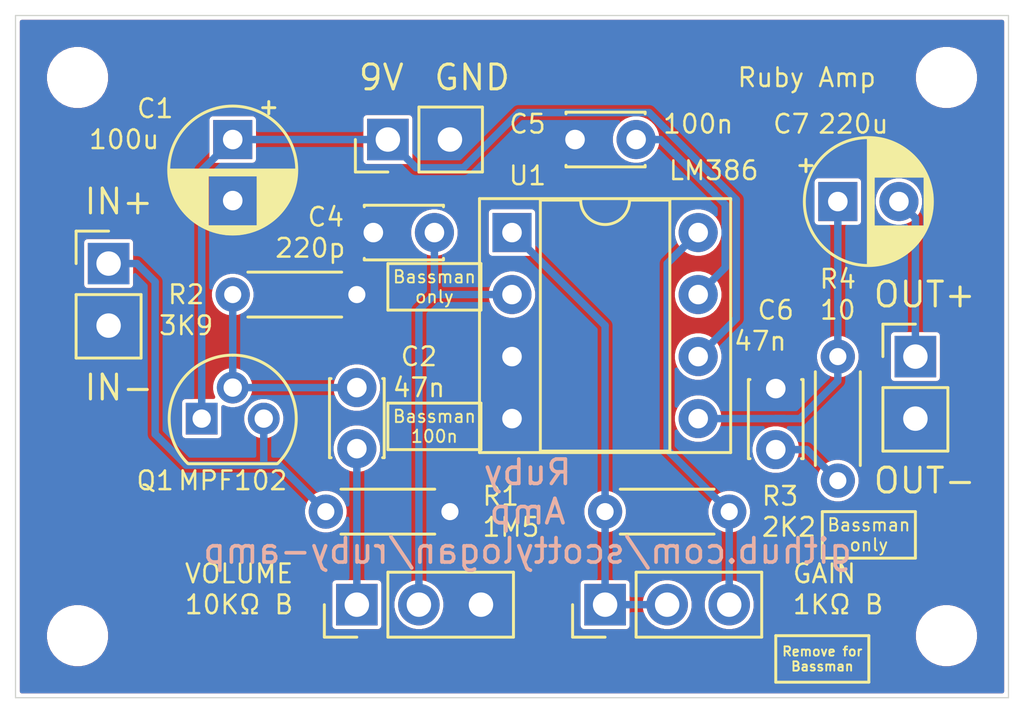
<source format=kicad_pcb>
(kicad_pcb (version 20171130) (host pcbnew "(5.1.6-0-10_14)")

  (general
    (thickness 1.6)
    (drawings 36)
    (tracks 49)
    (zones 0)
    (modules 21)
    (nets 13)
  )

  (page A4)
  (layers
    (0 F.Cu signal)
    (31 B.Cu signal)
    (32 B.Adhes user)
    (33 F.Adhes user)
    (34 B.Paste user)
    (35 F.Paste user)
    (36 B.SilkS user)
    (37 F.SilkS user)
    (38 B.Mask user)
    (39 F.Mask user)
    (40 Dwgs.User user)
    (41 Cmts.User user)
    (42 Eco1.User user)
    (43 Eco2.User user)
    (44 Edge.Cuts user)
    (45 Margin user)
    (46 B.CrtYd user)
    (47 F.CrtYd user)
    (48 B.Fab user)
    (49 F.Fab user)
  )

  (setup
    (last_trace_width 0.3048)
    (user_trace_width 0.1524)
    (user_trace_width 0.3048)
    (trace_clearance 0.1524)
    (zone_clearance 0.1524)
    (zone_45_only yes)
    (trace_min 0.1524)
    (via_size 0.508)
    (via_drill 0.254)
    (via_min_size 0.508)
    (via_min_drill 0.254)
    (user_via 0.508 0.254)
    (uvia_size 0.3)
    (uvia_drill 0.1)
    (uvias_allowed no)
    (uvia_min_size 0.2)
    (uvia_min_drill 0.1)
    (edge_width 0.05)
    (segment_width 0.2)
    (pcb_text_width 0.3)
    (pcb_text_size 1.5 1.5)
    (mod_edge_width 0.12)
    (mod_text_size 1 1)
    (mod_text_width 0.15)
    (pad_size 1.524 1.524)
    (pad_drill 0.762)
    (pad_to_mask_clearance 0.05)
    (aux_axis_origin 0 0)
    (visible_elements FFFFFF7F)
    (pcbplotparams
      (layerselection 0x010fc_ffffffff)
      (usegerberextensions false)
      (usegerberattributes true)
      (usegerberadvancedattributes true)
      (creategerberjobfile true)
      (excludeedgelayer true)
      (linewidth 0.100000)
      (plotframeref false)
      (viasonmask false)
      (mode 1)
      (useauxorigin false)
      (hpglpennumber 1)
      (hpglpenspeed 20)
      (hpglpendiameter 15.000000)
      (psnegative false)
      (psa4output false)
      (plotreference true)
      (plotvalue true)
      (plotinvisibletext false)
      (padsonsilk false)
      (subtractmaskfromsilk false)
      (outputformat 1)
      (mirror false)
      (drillshape 1)
      (scaleselection 1)
      (outputdirectory ""))
  )

  (net 0 "")
  (net 1 +9V)
  (net 2 GND)
  (net 3 "Net-(C2-Pad1)")
  (net 4 "Net-(C2-Pad2)")
  (net 5 "Net-(C4-Pad1)")
  (net 6 "Net-(C5-Pad1)")
  (net 7 "Net-(GAIN1-Pad3)")
  (net 8 "Net-(GAIN1-Pad1)")
  (net 9 "Net-(IN1-Pad1)")
  (net 10 "Net-(C6-Pad1)")
  (net 11 "Net-(C7-Pad2)")
  (net 12 "Net-(C7-Pad1)")

  (net_class Default "This is the default net class."
    (clearance 0.1524)
    (trace_width 0.1524)
    (via_dia 0.508)
    (via_drill 0.254)
    (uvia_dia 0.3)
    (uvia_drill 0.1)
    (add_net +9V)
    (add_net GND)
    (add_net "Net-(C2-Pad1)")
    (add_net "Net-(C2-Pad2)")
    (add_net "Net-(C4-Pad1)")
    (add_net "Net-(C5-Pad1)")
    (add_net "Net-(C6-Pad1)")
    (add_net "Net-(C7-Pad1)")
    (add_net "Net-(C7-Pad2)")
    (add_net "Net-(GAIN1-Pad1)")
    (add_net "Net-(GAIN1-Pad3)")
    (add_net "Net-(IN1-Pad1)")
  )

  (module Capacitor_THT:CP_Radial_D5.0mm_P2.50mm (layer F.Cu) (tedit 5AE50EF0) (tstamp 5F2E63FC)
    (at 119.38 31.75 270)
    (descr "CP, Radial series, Radial, pin pitch=2.50mm, , diameter=5mm, Electrolytic Capacitor")
    (tags "CP Radial series Radial pin pitch 2.50mm  diameter 5mm Electrolytic Capacitor")
    (path /5F43DE87)
    (fp_text reference C1 (at -1.27 3.175 180) (layer F.SilkS)
      (effects (font (size 0.762 0.762) (thickness 0.1016)))
    )
    (fp_text value 100u (at 0 4.445 180) (layer F.SilkS)
      (effects (font (size 0.762 0.762) (thickness 0.1016)))
    )
    (fp_line (start -1.304775 -1.725) (end -1.304775 -1.225) (layer F.SilkS) (width 0.12))
    (fp_line (start -1.554775 -1.475) (end -1.054775 -1.475) (layer F.SilkS) (width 0.12))
    (fp_line (start 3.851 -0.284) (end 3.851 0.284) (layer F.SilkS) (width 0.12))
    (fp_line (start 3.811 -0.518) (end 3.811 0.518) (layer F.SilkS) (width 0.12))
    (fp_line (start 3.771 -0.677) (end 3.771 0.677) (layer F.SilkS) (width 0.12))
    (fp_line (start 3.731 -0.805) (end 3.731 0.805) (layer F.SilkS) (width 0.12))
    (fp_line (start 3.691 -0.915) (end 3.691 0.915) (layer F.SilkS) (width 0.12))
    (fp_line (start 3.651 -1.011) (end 3.651 1.011) (layer F.SilkS) (width 0.12))
    (fp_line (start 3.611 -1.098) (end 3.611 1.098) (layer F.SilkS) (width 0.12))
    (fp_line (start 3.571 -1.178) (end 3.571 1.178) (layer F.SilkS) (width 0.12))
    (fp_line (start 3.531 1.04) (end 3.531 1.251) (layer F.SilkS) (width 0.12))
    (fp_line (start 3.531 -1.251) (end 3.531 -1.04) (layer F.SilkS) (width 0.12))
    (fp_line (start 3.491 1.04) (end 3.491 1.319) (layer F.SilkS) (width 0.12))
    (fp_line (start 3.491 -1.319) (end 3.491 -1.04) (layer F.SilkS) (width 0.12))
    (fp_line (start 3.451 1.04) (end 3.451 1.383) (layer F.SilkS) (width 0.12))
    (fp_line (start 3.451 -1.383) (end 3.451 -1.04) (layer F.SilkS) (width 0.12))
    (fp_line (start 3.411 1.04) (end 3.411 1.443) (layer F.SilkS) (width 0.12))
    (fp_line (start 3.411 -1.443) (end 3.411 -1.04) (layer F.SilkS) (width 0.12))
    (fp_line (start 3.371 1.04) (end 3.371 1.5) (layer F.SilkS) (width 0.12))
    (fp_line (start 3.371 -1.5) (end 3.371 -1.04) (layer F.SilkS) (width 0.12))
    (fp_line (start 3.331 1.04) (end 3.331 1.554) (layer F.SilkS) (width 0.12))
    (fp_line (start 3.331 -1.554) (end 3.331 -1.04) (layer F.SilkS) (width 0.12))
    (fp_line (start 3.291 1.04) (end 3.291 1.605) (layer F.SilkS) (width 0.12))
    (fp_line (start 3.291 -1.605) (end 3.291 -1.04) (layer F.SilkS) (width 0.12))
    (fp_line (start 3.251 1.04) (end 3.251 1.653) (layer F.SilkS) (width 0.12))
    (fp_line (start 3.251 -1.653) (end 3.251 -1.04) (layer F.SilkS) (width 0.12))
    (fp_line (start 3.211 1.04) (end 3.211 1.699) (layer F.SilkS) (width 0.12))
    (fp_line (start 3.211 -1.699) (end 3.211 -1.04) (layer F.SilkS) (width 0.12))
    (fp_line (start 3.171 1.04) (end 3.171 1.743) (layer F.SilkS) (width 0.12))
    (fp_line (start 3.171 -1.743) (end 3.171 -1.04) (layer F.SilkS) (width 0.12))
    (fp_line (start 3.131 1.04) (end 3.131 1.785) (layer F.SilkS) (width 0.12))
    (fp_line (start 3.131 -1.785) (end 3.131 -1.04) (layer F.SilkS) (width 0.12))
    (fp_line (start 3.091 1.04) (end 3.091 1.826) (layer F.SilkS) (width 0.12))
    (fp_line (start 3.091 -1.826) (end 3.091 -1.04) (layer F.SilkS) (width 0.12))
    (fp_line (start 3.051 1.04) (end 3.051 1.864) (layer F.SilkS) (width 0.12))
    (fp_line (start 3.051 -1.864) (end 3.051 -1.04) (layer F.SilkS) (width 0.12))
    (fp_line (start 3.011 1.04) (end 3.011 1.901) (layer F.SilkS) (width 0.12))
    (fp_line (start 3.011 -1.901) (end 3.011 -1.04) (layer F.SilkS) (width 0.12))
    (fp_line (start 2.971 1.04) (end 2.971 1.937) (layer F.SilkS) (width 0.12))
    (fp_line (start 2.971 -1.937) (end 2.971 -1.04) (layer F.SilkS) (width 0.12))
    (fp_line (start 2.931 1.04) (end 2.931 1.971) (layer F.SilkS) (width 0.12))
    (fp_line (start 2.931 -1.971) (end 2.931 -1.04) (layer F.SilkS) (width 0.12))
    (fp_line (start 2.891 1.04) (end 2.891 2.004) (layer F.SilkS) (width 0.12))
    (fp_line (start 2.891 -2.004) (end 2.891 -1.04) (layer F.SilkS) (width 0.12))
    (fp_line (start 2.851 1.04) (end 2.851 2.035) (layer F.SilkS) (width 0.12))
    (fp_line (start 2.851 -2.035) (end 2.851 -1.04) (layer F.SilkS) (width 0.12))
    (fp_line (start 2.811 1.04) (end 2.811 2.065) (layer F.SilkS) (width 0.12))
    (fp_line (start 2.811 -2.065) (end 2.811 -1.04) (layer F.SilkS) (width 0.12))
    (fp_line (start 2.771 1.04) (end 2.771 2.095) (layer F.SilkS) (width 0.12))
    (fp_line (start 2.771 -2.095) (end 2.771 -1.04) (layer F.SilkS) (width 0.12))
    (fp_line (start 2.731 1.04) (end 2.731 2.122) (layer F.SilkS) (width 0.12))
    (fp_line (start 2.731 -2.122) (end 2.731 -1.04) (layer F.SilkS) (width 0.12))
    (fp_line (start 2.691 1.04) (end 2.691 2.149) (layer F.SilkS) (width 0.12))
    (fp_line (start 2.691 -2.149) (end 2.691 -1.04) (layer F.SilkS) (width 0.12))
    (fp_line (start 2.651 1.04) (end 2.651 2.175) (layer F.SilkS) (width 0.12))
    (fp_line (start 2.651 -2.175) (end 2.651 -1.04) (layer F.SilkS) (width 0.12))
    (fp_line (start 2.611 1.04) (end 2.611 2.2) (layer F.SilkS) (width 0.12))
    (fp_line (start 2.611 -2.2) (end 2.611 -1.04) (layer F.SilkS) (width 0.12))
    (fp_line (start 2.571 1.04) (end 2.571 2.224) (layer F.SilkS) (width 0.12))
    (fp_line (start 2.571 -2.224) (end 2.571 -1.04) (layer F.SilkS) (width 0.12))
    (fp_line (start 2.531 1.04) (end 2.531 2.247) (layer F.SilkS) (width 0.12))
    (fp_line (start 2.531 -2.247) (end 2.531 -1.04) (layer F.SilkS) (width 0.12))
    (fp_line (start 2.491 1.04) (end 2.491 2.268) (layer F.SilkS) (width 0.12))
    (fp_line (start 2.491 -2.268) (end 2.491 -1.04) (layer F.SilkS) (width 0.12))
    (fp_line (start 2.451 1.04) (end 2.451 2.29) (layer F.SilkS) (width 0.12))
    (fp_line (start 2.451 -2.29) (end 2.451 -1.04) (layer F.SilkS) (width 0.12))
    (fp_line (start 2.411 1.04) (end 2.411 2.31) (layer F.SilkS) (width 0.12))
    (fp_line (start 2.411 -2.31) (end 2.411 -1.04) (layer F.SilkS) (width 0.12))
    (fp_line (start 2.371 1.04) (end 2.371 2.329) (layer F.SilkS) (width 0.12))
    (fp_line (start 2.371 -2.329) (end 2.371 -1.04) (layer F.SilkS) (width 0.12))
    (fp_line (start 2.331 1.04) (end 2.331 2.348) (layer F.SilkS) (width 0.12))
    (fp_line (start 2.331 -2.348) (end 2.331 -1.04) (layer F.SilkS) (width 0.12))
    (fp_line (start 2.291 1.04) (end 2.291 2.365) (layer F.SilkS) (width 0.12))
    (fp_line (start 2.291 -2.365) (end 2.291 -1.04) (layer F.SilkS) (width 0.12))
    (fp_line (start 2.251 1.04) (end 2.251 2.382) (layer F.SilkS) (width 0.12))
    (fp_line (start 2.251 -2.382) (end 2.251 -1.04) (layer F.SilkS) (width 0.12))
    (fp_line (start 2.211 1.04) (end 2.211 2.398) (layer F.SilkS) (width 0.12))
    (fp_line (start 2.211 -2.398) (end 2.211 -1.04) (layer F.SilkS) (width 0.12))
    (fp_line (start 2.171 1.04) (end 2.171 2.414) (layer F.SilkS) (width 0.12))
    (fp_line (start 2.171 -2.414) (end 2.171 -1.04) (layer F.SilkS) (width 0.12))
    (fp_line (start 2.131 1.04) (end 2.131 2.428) (layer F.SilkS) (width 0.12))
    (fp_line (start 2.131 -2.428) (end 2.131 -1.04) (layer F.SilkS) (width 0.12))
    (fp_line (start 2.091 1.04) (end 2.091 2.442) (layer F.SilkS) (width 0.12))
    (fp_line (start 2.091 -2.442) (end 2.091 -1.04) (layer F.SilkS) (width 0.12))
    (fp_line (start 2.051 1.04) (end 2.051 2.455) (layer F.SilkS) (width 0.12))
    (fp_line (start 2.051 -2.455) (end 2.051 -1.04) (layer F.SilkS) (width 0.12))
    (fp_line (start 2.011 1.04) (end 2.011 2.468) (layer F.SilkS) (width 0.12))
    (fp_line (start 2.011 -2.468) (end 2.011 -1.04) (layer F.SilkS) (width 0.12))
    (fp_line (start 1.971 1.04) (end 1.971 2.48) (layer F.SilkS) (width 0.12))
    (fp_line (start 1.971 -2.48) (end 1.971 -1.04) (layer F.SilkS) (width 0.12))
    (fp_line (start 1.93 1.04) (end 1.93 2.491) (layer F.SilkS) (width 0.12))
    (fp_line (start 1.93 -2.491) (end 1.93 -1.04) (layer F.SilkS) (width 0.12))
    (fp_line (start 1.89 1.04) (end 1.89 2.501) (layer F.SilkS) (width 0.12))
    (fp_line (start 1.89 -2.501) (end 1.89 -1.04) (layer F.SilkS) (width 0.12))
    (fp_line (start 1.85 1.04) (end 1.85 2.511) (layer F.SilkS) (width 0.12))
    (fp_line (start 1.85 -2.511) (end 1.85 -1.04) (layer F.SilkS) (width 0.12))
    (fp_line (start 1.81 1.04) (end 1.81 2.52) (layer F.SilkS) (width 0.12))
    (fp_line (start 1.81 -2.52) (end 1.81 -1.04) (layer F.SilkS) (width 0.12))
    (fp_line (start 1.77 1.04) (end 1.77 2.528) (layer F.SilkS) (width 0.12))
    (fp_line (start 1.77 -2.528) (end 1.77 -1.04) (layer F.SilkS) (width 0.12))
    (fp_line (start 1.73 1.04) (end 1.73 2.536) (layer F.SilkS) (width 0.12))
    (fp_line (start 1.73 -2.536) (end 1.73 -1.04) (layer F.SilkS) (width 0.12))
    (fp_line (start 1.69 1.04) (end 1.69 2.543) (layer F.SilkS) (width 0.12))
    (fp_line (start 1.69 -2.543) (end 1.69 -1.04) (layer F.SilkS) (width 0.12))
    (fp_line (start 1.65 1.04) (end 1.65 2.55) (layer F.SilkS) (width 0.12))
    (fp_line (start 1.65 -2.55) (end 1.65 -1.04) (layer F.SilkS) (width 0.12))
    (fp_line (start 1.61 1.04) (end 1.61 2.556) (layer F.SilkS) (width 0.12))
    (fp_line (start 1.61 -2.556) (end 1.61 -1.04) (layer F.SilkS) (width 0.12))
    (fp_line (start 1.57 1.04) (end 1.57 2.561) (layer F.SilkS) (width 0.12))
    (fp_line (start 1.57 -2.561) (end 1.57 -1.04) (layer F.SilkS) (width 0.12))
    (fp_line (start 1.53 1.04) (end 1.53 2.565) (layer F.SilkS) (width 0.12))
    (fp_line (start 1.53 -2.565) (end 1.53 -1.04) (layer F.SilkS) (width 0.12))
    (fp_line (start 1.49 1.04) (end 1.49 2.569) (layer F.SilkS) (width 0.12))
    (fp_line (start 1.49 -2.569) (end 1.49 -1.04) (layer F.SilkS) (width 0.12))
    (fp_line (start 1.45 -2.573) (end 1.45 2.573) (layer F.SilkS) (width 0.12))
    (fp_line (start 1.41 -2.576) (end 1.41 2.576) (layer F.SilkS) (width 0.12))
    (fp_line (start 1.37 -2.578) (end 1.37 2.578) (layer F.SilkS) (width 0.12))
    (fp_line (start 1.33 -2.579) (end 1.33 2.579) (layer F.SilkS) (width 0.12))
    (fp_line (start 1.29 -2.58) (end 1.29 2.58) (layer F.SilkS) (width 0.12))
    (fp_line (start 1.25 -2.58) (end 1.25 2.58) (layer F.SilkS) (width 0.12))
    (fp_line (start -0.633605 -1.3375) (end -0.633605 -0.8375) (layer F.Fab) (width 0.1))
    (fp_line (start -0.883605 -1.0875) (end -0.383605 -1.0875) (layer F.Fab) (width 0.1))
    (fp_circle (center 1.25 0) (end 4 0) (layer F.CrtYd) (width 0.05))
    (fp_circle (center 1.25 0) (end 3.87 0) (layer F.SilkS) (width 0.12))
    (fp_circle (center 1.25 0) (end 3.75 0) (layer F.Fab) (width 0.1))
    (fp_text user %R (at 7.5 0 90) (layer F.Fab) hide
      (effects (font (size 1 1) (thickness 0.15)))
    )
    (pad 2 thru_hole circle (at 2.5 0 270) (size 1.6 1.6) (drill 0.8) (layers *.Cu *.Mask)
      (net 2 GND))
    (pad 1 thru_hole rect (at 0 0 270) (size 1.6 1.6) (drill 0.8) (layers *.Cu *.Mask)
      (net 1 +9V))
    (model ${KISYS3DMOD}/Capacitor_THT.3dshapes/CP_Radial_D5.0mm_P2.50mm.wrl
      (at (xyz 0 0 0))
      (scale (xyz 1 1 1))
      (rotate (xyz 0 0 0))
    )
  )

  (module Capacitor_THT:CP_Radial_D5.0mm_P2.50mm (layer F.Cu) (tedit 5AE50EF0) (tstamp 5F2E4817)
    (at 144.145 34.29)
    (descr "CP, Radial series, Radial, pin pitch=2.50mm, , diameter=5mm, Electrolytic Capacitor")
    (tags "CP Radial series Radial pin pitch 2.50mm  diameter 5mm Electrolytic Capacitor")
    (path /5F43E360)
    (fp_text reference C7 (at -1.905 -3.175) (layer F.SilkS)
      (effects (font (size 0.762 0.762) (thickness 0.1016)))
    )
    (fp_text value 220u (at 0.635 -3.175) (layer F.SilkS)
      (effects (font (size 0.762 0.762) (thickness 0.1016)))
    )
    (fp_line (start -1.304775 -1.725) (end -1.304775 -1.225) (layer F.SilkS) (width 0.12))
    (fp_line (start -1.554775 -1.475) (end -1.054775 -1.475) (layer F.SilkS) (width 0.12))
    (fp_line (start 3.851 -0.284) (end 3.851 0.284) (layer F.SilkS) (width 0.12))
    (fp_line (start 3.811 -0.518) (end 3.811 0.518) (layer F.SilkS) (width 0.12))
    (fp_line (start 3.771 -0.677) (end 3.771 0.677) (layer F.SilkS) (width 0.12))
    (fp_line (start 3.731 -0.805) (end 3.731 0.805) (layer F.SilkS) (width 0.12))
    (fp_line (start 3.691 -0.915) (end 3.691 0.915) (layer F.SilkS) (width 0.12))
    (fp_line (start 3.651 -1.011) (end 3.651 1.011) (layer F.SilkS) (width 0.12))
    (fp_line (start 3.611 -1.098) (end 3.611 1.098) (layer F.SilkS) (width 0.12))
    (fp_line (start 3.571 -1.178) (end 3.571 1.178) (layer F.SilkS) (width 0.12))
    (fp_line (start 3.531 1.04) (end 3.531 1.251) (layer F.SilkS) (width 0.12))
    (fp_line (start 3.531 -1.251) (end 3.531 -1.04) (layer F.SilkS) (width 0.12))
    (fp_line (start 3.491 1.04) (end 3.491 1.319) (layer F.SilkS) (width 0.12))
    (fp_line (start 3.491 -1.319) (end 3.491 -1.04) (layer F.SilkS) (width 0.12))
    (fp_line (start 3.451 1.04) (end 3.451 1.383) (layer F.SilkS) (width 0.12))
    (fp_line (start 3.451 -1.383) (end 3.451 -1.04) (layer F.SilkS) (width 0.12))
    (fp_line (start 3.411 1.04) (end 3.411 1.443) (layer F.SilkS) (width 0.12))
    (fp_line (start 3.411 -1.443) (end 3.411 -1.04) (layer F.SilkS) (width 0.12))
    (fp_line (start 3.371 1.04) (end 3.371 1.5) (layer F.SilkS) (width 0.12))
    (fp_line (start 3.371 -1.5) (end 3.371 -1.04) (layer F.SilkS) (width 0.12))
    (fp_line (start 3.331 1.04) (end 3.331 1.554) (layer F.SilkS) (width 0.12))
    (fp_line (start 3.331 -1.554) (end 3.331 -1.04) (layer F.SilkS) (width 0.12))
    (fp_line (start 3.291 1.04) (end 3.291 1.605) (layer F.SilkS) (width 0.12))
    (fp_line (start 3.291 -1.605) (end 3.291 -1.04) (layer F.SilkS) (width 0.12))
    (fp_line (start 3.251 1.04) (end 3.251 1.653) (layer F.SilkS) (width 0.12))
    (fp_line (start 3.251 -1.653) (end 3.251 -1.04) (layer F.SilkS) (width 0.12))
    (fp_line (start 3.211 1.04) (end 3.211 1.699) (layer F.SilkS) (width 0.12))
    (fp_line (start 3.211 -1.699) (end 3.211 -1.04) (layer F.SilkS) (width 0.12))
    (fp_line (start 3.171 1.04) (end 3.171 1.743) (layer F.SilkS) (width 0.12))
    (fp_line (start 3.171 -1.743) (end 3.171 -1.04) (layer F.SilkS) (width 0.12))
    (fp_line (start 3.131 1.04) (end 3.131 1.785) (layer F.SilkS) (width 0.12))
    (fp_line (start 3.131 -1.785) (end 3.131 -1.04) (layer F.SilkS) (width 0.12))
    (fp_line (start 3.091 1.04) (end 3.091 1.826) (layer F.SilkS) (width 0.12))
    (fp_line (start 3.091 -1.826) (end 3.091 -1.04) (layer F.SilkS) (width 0.12))
    (fp_line (start 3.051 1.04) (end 3.051 1.864) (layer F.SilkS) (width 0.12))
    (fp_line (start 3.051 -1.864) (end 3.051 -1.04) (layer F.SilkS) (width 0.12))
    (fp_line (start 3.011 1.04) (end 3.011 1.901) (layer F.SilkS) (width 0.12))
    (fp_line (start 3.011 -1.901) (end 3.011 -1.04) (layer F.SilkS) (width 0.12))
    (fp_line (start 2.971 1.04) (end 2.971 1.937) (layer F.SilkS) (width 0.12))
    (fp_line (start 2.971 -1.937) (end 2.971 -1.04) (layer F.SilkS) (width 0.12))
    (fp_line (start 2.931 1.04) (end 2.931 1.971) (layer F.SilkS) (width 0.12))
    (fp_line (start 2.931 -1.971) (end 2.931 -1.04) (layer F.SilkS) (width 0.12))
    (fp_line (start 2.891 1.04) (end 2.891 2.004) (layer F.SilkS) (width 0.12))
    (fp_line (start 2.891 -2.004) (end 2.891 -1.04) (layer F.SilkS) (width 0.12))
    (fp_line (start 2.851 1.04) (end 2.851 2.035) (layer F.SilkS) (width 0.12))
    (fp_line (start 2.851 -2.035) (end 2.851 -1.04) (layer F.SilkS) (width 0.12))
    (fp_line (start 2.811 1.04) (end 2.811 2.065) (layer F.SilkS) (width 0.12))
    (fp_line (start 2.811 -2.065) (end 2.811 -1.04) (layer F.SilkS) (width 0.12))
    (fp_line (start 2.771 1.04) (end 2.771 2.095) (layer F.SilkS) (width 0.12))
    (fp_line (start 2.771 -2.095) (end 2.771 -1.04) (layer F.SilkS) (width 0.12))
    (fp_line (start 2.731 1.04) (end 2.731 2.122) (layer F.SilkS) (width 0.12))
    (fp_line (start 2.731 -2.122) (end 2.731 -1.04) (layer F.SilkS) (width 0.12))
    (fp_line (start 2.691 1.04) (end 2.691 2.149) (layer F.SilkS) (width 0.12))
    (fp_line (start 2.691 -2.149) (end 2.691 -1.04) (layer F.SilkS) (width 0.12))
    (fp_line (start 2.651 1.04) (end 2.651 2.175) (layer F.SilkS) (width 0.12))
    (fp_line (start 2.651 -2.175) (end 2.651 -1.04) (layer F.SilkS) (width 0.12))
    (fp_line (start 2.611 1.04) (end 2.611 2.2) (layer F.SilkS) (width 0.12))
    (fp_line (start 2.611 -2.2) (end 2.611 -1.04) (layer F.SilkS) (width 0.12))
    (fp_line (start 2.571 1.04) (end 2.571 2.224) (layer F.SilkS) (width 0.12))
    (fp_line (start 2.571 -2.224) (end 2.571 -1.04) (layer F.SilkS) (width 0.12))
    (fp_line (start 2.531 1.04) (end 2.531 2.247) (layer F.SilkS) (width 0.12))
    (fp_line (start 2.531 -2.247) (end 2.531 -1.04) (layer F.SilkS) (width 0.12))
    (fp_line (start 2.491 1.04) (end 2.491 2.268) (layer F.SilkS) (width 0.12))
    (fp_line (start 2.491 -2.268) (end 2.491 -1.04) (layer F.SilkS) (width 0.12))
    (fp_line (start 2.451 1.04) (end 2.451 2.29) (layer F.SilkS) (width 0.12))
    (fp_line (start 2.451 -2.29) (end 2.451 -1.04) (layer F.SilkS) (width 0.12))
    (fp_line (start 2.411 1.04) (end 2.411 2.31) (layer F.SilkS) (width 0.12))
    (fp_line (start 2.411 -2.31) (end 2.411 -1.04) (layer F.SilkS) (width 0.12))
    (fp_line (start 2.371 1.04) (end 2.371 2.329) (layer F.SilkS) (width 0.12))
    (fp_line (start 2.371 -2.329) (end 2.371 -1.04) (layer F.SilkS) (width 0.12))
    (fp_line (start 2.331 1.04) (end 2.331 2.348) (layer F.SilkS) (width 0.12))
    (fp_line (start 2.331 -2.348) (end 2.331 -1.04) (layer F.SilkS) (width 0.12))
    (fp_line (start 2.291 1.04) (end 2.291 2.365) (layer F.SilkS) (width 0.12))
    (fp_line (start 2.291 -2.365) (end 2.291 -1.04) (layer F.SilkS) (width 0.12))
    (fp_line (start 2.251 1.04) (end 2.251 2.382) (layer F.SilkS) (width 0.12))
    (fp_line (start 2.251 -2.382) (end 2.251 -1.04) (layer F.SilkS) (width 0.12))
    (fp_line (start 2.211 1.04) (end 2.211 2.398) (layer F.SilkS) (width 0.12))
    (fp_line (start 2.211 -2.398) (end 2.211 -1.04) (layer F.SilkS) (width 0.12))
    (fp_line (start 2.171 1.04) (end 2.171 2.414) (layer F.SilkS) (width 0.12))
    (fp_line (start 2.171 -2.414) (end 2.171 -1.04) (layer F.SilkS) (width 0.12))
    (fp_line (start 2.131 1.04) (end 2.131 2.428) (layer F.SilkS) (width 0.12))
    (fp_line (start 2.131 -2.428) (end 2.131 -1.04) (layer F.SilkS) (width 0.12))
    (fp_line (start 2.091 1.04) (end 2.091 2.442) (layer F.SilkS) (width 0.12))
    (fp_line (start 2.091 -2.442) (end 2.091 -1.04) (layer F.SilkS) (width 0.12))
    (fp_line (start 2.051 1.04) (end 2.051 2.455) (layer F.SilkS) (width 0.12))
    (fp_line (start 2.051 -2.455) (end 2.051 -1.04) (layer F.SilkS) (width 0.12))
    (fp_line (start 2.011 1.04) (end 2.011 2.468) (layer F.SilkS) (width 0.12))
    (fp_line (start 2.011 -2.468) (end 2.011 -1.04) (layer F.SilkS) (width 0.12))
    (fp_line (start 1.971 1.04) (end 1.971 2.48) (layer F.SilkS) (width 0.12))
    (fp_line (start 1.971 -2.48) (end 1.971 -1.04) (layer F.SilkS) (width 0.12))
    (fp_line (start 1.93 1.04) (end 1.93 2.491) (layer F.SilkS) (width 0.12))
    (fp_line (start 1.93 -2.491) (end 1.93 -1.04) (layer F.SilkS) (width 0.12))
    (fp_line (start 1.89 1.04) (end 1.89 2.501) (layer F.SilkS) (width 0.12))
    (fp_line (start 1.89 -2.501) (end 1.89 -1.04) (layer F.SilkS) (width 0.12))
    (fp_line (start 1.85 1.04) (end 1.85 2.511) (layer F.SilkS) (width 0.12))
    (fp_line (start 1.85 -2.511) (end 1.85 -1.04) (layer F.SilkS) (width 0.12))
    (fp_line (start 1.81 1.04) (end 1.81 2.52) (layer F.SilkS) (width 0.12))
    (fp_line (start 1.81 -2.52) (end 1.81 -1.04) (layer F.SilkS) (width 0.12))
    (fp_line (start 1.77 1.04) (end 1.77 2.528) (layer F.SilkS) (width 0.12))
    (fp_line (start 1.77 -2.528) (end 1.77 -1.04) (layer F.SilkS) (width 0.12))
    (fp_line (start 1.73 1.04) (end 1.73 2.536) (layer F.SilkS) (width 0.12))
    (fp_line (start 1.73 -2.536) (end 1.73 -1.04) (layer F.SilkS) (width 0.12))
    (fp_line (start 1.69 1.04) (end 1.69 2.543) (layer F.SilkS) (width 0.12))
    (fp_line (start 1.69 -2.543) (end 1.69 -1.04) (layer F.SilkS) (width 0.12))
    (fp_line (start 1.65 1.04) (end 1.65 2.55) (layer F.SilkS) (width 0.12))
    (fp_line (start 1.65 -2.55) (end 1.65 -1.04) (layer F.SilkS) (width 0.12))
    (fp_line (start 1.61 1.04) (end 1.61 2.556) (layer F.SilkS) (width 0.12))
    (fp_line (start 1.61 -2.556) (end 1.61 -1.04) (layer F.SilkS) (width 0.12))
    (fp_line (start 1.57 1.04) (end 1.57 2.561) (layer F.SilkS) (width 0.12))
    (fp_line (start 1.57 -2.561) (end 1.57 -1.04) (layer F.SilkS) (width 0.12))
    (fp_line (start 1.53 1.04) (end 1.53 2.565) (layer F.SilkS) (width 0.12))
    (fp_line (start 1.53 -2.565) (end 1.53 -1.04) (layer F.SilkS) (width 0.12))
    (fp_line (start 1.49 1.04) (end 1.49 2.569) (layer F.SilkS) (width 0.12))
    (fp_line (start 1.49 -2.569) (end 1.49 -1.04) (layer F.SilkS) (width 0.12))
    (fp_line (start 1.45 -2.573) (end 1.45 2.573) (layer F.SilkS) (width 0.12))
    (fp_line (start 1.41 -2.576) (end 1.41 2.576) (layer F.SilkS) (width 0.12))
    (fp_line (start 1.37 -2.578) (end 1.37 2.578) (layer F.SilkS) (width 0.12))
    (fp_line (start 1.33 -2.579) (end 1.33 2.579) (layer F.SilkS) (width 0.12))
    (fp_line (start 1.29 -2.58) (end 1.29 2.58) (layer F.SilkS) (width 0.12))
    (fp_line (start 1.25 -2.58) (end 1.25 2.58) (layer F.SilkS) (width 0.12))
    (fp_line (start -0.633605 -1.3375) (end -0.633605 -0.8375) (layer F.Fab) (width 0.1))
    (fp_line (start -0.883605 -1.0875) (end -0.383605 -1.0875) (layer F.Fab) (width 0.1))
    (fp_circle (center 1.25 0) (end 4 0) (layer F.CrtYd) (width 0.05))
    (fp_circle (center 1.25 0) (end 3.87 0) (layer F.SilkS) (width 0.12))
    (fp_circle (center 1.25 0) (end 3.75 0) (layer F.Fab) (width 0.1))
    (fp_text user %R (at 7.5 0) (layer F.Fab) hide
      (effects (font (size 1 1) (thickness 0.15)))
    )
    (pad 2 thru_hole circle (at 2.5 0) (size 1.6 1.6) (drill 0.8) (layers *.Cu *.Mask)
      (net 11 "Net-(C7-Pad2)"))
    (pad 1 thru_hole rect (at 0 0) (size 1.6 1.6) (drill 0.8) (layers *.Cu *.Mask)
      (net 12 "Net-(C7-Pad1)"))
    (model ${KISYS3DMOD}/Capacitor_THT.3dshapes/CP_Radial_D5.0mm_P2.50mm.wrl
      (at (xyz 0 0 0))
      (scale (xyz 1 1 1))
      (rotate (xyz 0 0 0))
    )
  )

  (module Capacitor_THT:C_Disc_D3.0mm_W2.0mm_P2.50mm (layer F.Cu) (tedit 5AE50EF0) (tstamp 5F2E1910)
    (at 124.46 41.91 270)
    (descr "C, Disc series, Radial, pin pitch=2.50mm, , diameter*width=3*2mm^2, Capacitor")
    (tags "C Disc series Radial pin pitch 2.50mm  diameter 3mm width 2mm Capacitor")
    (path /5F43DC69)
    (fp_text reference C2 (at -1.27 -2.54 180) (layer F.SilkS)
      (effects (font (size 0.762 0.762) (thickness 0.1016)))
    )
    (fp_text value 47n (at 0 -2.54 180) (layer F.SilkS)
      (effects (font (size 0.762 0.762) (thickness 0.1016)))
    )
    (fp_line (start -0.25 -1) (end -0.25 1) (layer F.Fab) (width 0.1))
    (fp_line (start -0.25 1) (end 2.75 1) (layer F.Fab) (width 0.1))
    (fp_line (start 2.75 1) (end 2.75 -1) (layer F.Fab) (width 0.1))
    (fp_line (start 2.75 -1) (end -0.25 -1) (layer F.Fab) (width 0.1))
    (fp_line (start -0.37 -1.12) (end 2.87 -1.12) (layer F.SilkS) (width 0.12))
    (fp_line (start -0.37 1.12) (end 2.87 1.12) (layer F.SilkS) (width 0.12))
    (fp_line (start -0.37 -1.12) (end -0.37 -1.055) (layer F.SilkS) (width 0.12))
    (fp_line (start -0.37 1.055) (end -0.37 1.12) (layer F.SilkS) (width 0.12))
    (fp_line (start 2.87 -1.12) (end 2.87 -1.055) (layer F.SilkS) (width 0.12))
    (fp_line (start 2.87 1.055) (end 2.87 1.12) (layer F.SilkS) (width 0.12))
    (fp_line (start -1.05 -1.25) (end -1.05 1.25) (layer F.CrtYd) (width 0.05))
    (fp_line (start -1.05 1.25) (end 3.55 1.25) (layer F.CrtYd) (width 0.05))
    (fp_line (start 3.55 1.25) (end 3.55 -1.25) (layer F.CrtYd) (width 0.05))
    (fp_line (start 3.55 -1.25) (end -1.05 -1.25) (layer F.CrtYd) (width 0.05))
    (fp_text user %R (at 1.25 0 90) (layer F.Fab) hide
      (effects (font (size 0.6 0.6) (thickness 0.09)))
    )
    (pad 1 thru_hole circle (at 0 0 270) (size 1.6 1.6) (drill 0.8) (layers *.Cu *.Mask)
      (net 3 "Net-(C2-Pad1)"))
    (pad 2 thru_hole circle (at 2.5 0 270) (size 1.6 1.6) (drill 0.8) (layers *.Cu *.Mask)
      (net 4 "Net-(C2-Pad2)"))
    (model ${KISYS3DMOD}/Capacitor_THT.3dshapes/C_Disc_D3.0mm_W2.0mm_P2.50mm.wrl
      (at (xyz 0 0 0))
      (scale (xyz 1 1 1))
      (rotate (xyz 0 0 0))
    )
  )

  (module Capacitor_THT:C_Disc_D3.0mm_W2.0mm_P2.50mm (layer F.Cu) (tedit 5AE50EF0) (tstamp 5F2E65D8)
    (at 135.89 31.75 180)
    (descr "C, Disc series, Radial, pin pitch=2.50mm, , diameter*width=3*2mm^2, Capacitor")
    (tags "C Disc series Radial pin pitch 2.50mm  diameter 3mm width 2mm Capacitor")
    (path /5F45A448)
    (fp_text reference C5 (at 4.445 0.635) (layer F.SilkS)
      (effects (font (size 0.762 0.762) (thickness 0.1016)))
    )
    (fp_text value 100n (at -2.54 0.635) (layer F.SilkS)
      (effects (font (size 0.762 0.762) (thickness 0.1016)))
    )
    (fp_line (start -0.25 -1) (end -0.25 1) (layer F.Fab) (width 0.1))
    (fp_line (start -0.25 1) (end 2.75 1) (layer F.Fab) (width 0.1))
    (fp_line (start 2.75 1) (end 2.75 -1) (layer F.Fab) (width 0.1))
    (fp_line (start 2.75 -1) (end -0.25 -1) (layer F.Fab) (width 0.1))
    (fp_line (start -0.37 -1.12) (end 2.87 -1.12) (layer F.SilkS) (width 0.12))
    (fp_line (start -0.37 1.12) (end 2.87 1.12) (layer F.SilkS) (width 0.12))
    (fp_line (start -0.37 -1.12) (end -0.37 -1.055) (layer F.SilkS) (width 0.12))
    (fp_line (start -0.37 1.055) (end -0.37 1.12) (layer F.SilkS) (width 0.12))
    (fp_line (start 2.87 -1.12) (end 2.87 -1.055) (layer F.SilkS) (width 0.12))
    (fp_line (start 2.87 1.055) (end 2.87 1.12) (layer F.SilkS) (width 0.12))
    (fp_line (start -1.05 -1.25) (end -1.05 1.25) (layer F.CrtYd) (width 0.05))
    (fp_line (start -1.05 1.25) (end 3.55 1.25) (layer F.CrtYd) (width 0.05))
    (fp_line (start 3.55 1.25) (end 3.55 -1.25) (layer F.CrtYd) (width 0.05))
    (fp_line (start 3.55 -1.25) (end -1.05 -1.25) (layer F.CrtYd) (width 0.05))
    (fp_text user %R (at 1.25 0) (layer F.Fab) hide
      (effects (font (size 0.6 0.6) (thickness 0.09)))
    )
    (pad 1 thru_hole circle (at 0 0 180) (size 1.6 1.6) (drill 0.8) (layers *.Cu *.Mask)
      (net 6 "Net-(C5-Pad1)"))
    (pad 2 thru_hole circle (at 2.5 0 180) (size 1.6 1.6) (drill 0.8) (layers *.Cu *.Mask)
      (net 2 GND))
    (model ${KISYS3DMOD}/Capacitor_THT.3dshapes/C_Disc_D3.0mm_W2.0mm_P2.50mm.wrl
      (at (xyz 0 0 0))
      (scale (xyz 1 1 1))
      (rotate (xyz 0 0 0))
    )
  )

  (module Capacitor_THT:C_Disc_D3.0mm_W2.0mm_P2.50mm (layer F.Cu) (tedit 5AE50EF0) (tstamp 5F2E1DA8)
    (at 141.605 44.45 90)
    (descr "C, Disc series, Radial, pin pitch=2.50mm, , diameter*width=3*2mm^2, Capacitor")
    (tags "C Disc series Radial pin pitch 2.50mm  diameter 3mm width 2mm Capacitor")
    (path /5F43E55D)
    (fp_text reference C6 (at 5.715 0 180) (layer F.SilkS)
      (effects (font (size 0.762 0.762) (thickness 0.1016)))
    )
    (fp_text value 47n (at 4.445 -0.635 180) (layer F.SilkS)
      (effects (font (size 0.762 0.762) (thickness 0.1016)))
    )
    (fp_line (start 3.55 -1.25) (end -1.05 -1.25) (layer F.CrtYd) (width 0.05))
    (fp_line (start 3.55 1.25) (end 3.55 -1.25) (layer F.CrtYd) (width 0.05))
    (fp_line (start -1.05 1.25) (end 3.55 1.25) (layer F.CrtYd) (width 0.05))
    (fp_line (start -1.05 -1.25) (end -1.05 1.25) (layer F.CrtYd) (width 0.05))
    (fp_line (start 2.87 1.055) (end 2.87 1.12) (layer F.SilkS) (width 0.12))
    (fp_line (start 2.87 -1.12) (end 2.87 -1.055) (layer F.SilkS) (width 0.12))
    (fp_line (start -0.37 1.055) (end -0.37 1.12) (layer F.SilkS) (width 0.12))
    (fp_line (start -0.37 -1.12) (end -0.37 -1.055) (layer F.SilkS) (width 0.12))
    (fp_line (start -0.37 1.12) (end 2.87 1.12) (layer F.SilkS) (width 0.12))
    (fp_line (start -0.37 -1.12) (end 2.87 -1.12) (layer F.SilkS) (width 0.12))
    (fp_line (start 2.75 -1) (end -0.25 -1) (layer F.Fab) (width 0.1))
    (fp_line (start 2.75 1) (end 2.75 -1) (layer F.Fab) (width 0.1))
    (fp_line (start -0.25 1) (end 2.75 1) (layer F.Fab) (width 0.1))
    (fp_line (start -0.25 -1) (end -0.25 1) (layer F.Fab) (width 0.1))
    (fp_text user %R (at 1.25 0 90) (layer F.Fab) hide
      (effects (font (size 0.6 0.6) (thickness 0.09)))
    )
    (pad 2 thru_hole circle (at 2.5 0 90) (size 1.6 1.6) (drill 0.8) (layers *.Cu *.Mask)
      (net 2 GND))
    (pad 1 thru_hole circle (at 0 0 90) (size 1.6 1.6) (drill 0.8) (layers *.Cu *.Mask)
      (net 10 "Net-(C6-Pad1)"))
    (model ${KISYS3DMOD}/Capacitor_THT.3dshapes/C_Disc_D3.0mm_W2.0mm_P2.50mm.wrl
      (at (xyz 0 0 0))
      (scale (xyz 1 1 1))
      (rotate (xyz 0 0 0))
    )
  )

  (module Connector_PinHeader_2.54mm:PinHeader_1x02_P2.54mm_Vertical (layer F.Cu) (tedit 59FED5CC) (tstamp 5F2E1BF9)
    (at 114.3 36.83)
    (descr "Through hole straight pin header, 1x02, 2.54mm pitch, single row")
    (tags "Through hole pin header THT 1x02 2.54mm single row")
    (path /5F4347F4)
    (fp_text reference IN1 (at 0 -2.33) (layer F.SilkS) hide
      (effects (font (size 1 1) (thickness 0.15)))
    )
    (fp_text value Conn_01x02 (at 0 4.87) (layer F.Fab) hide
      (effects (font (size 1 1) (thickness 0.15)))
    )
    (fp_line (start 1.8 -1.8) (end -1.8 -1.8) (layer F.CrtYd) (width 0.05))
    (fp_line (start 1.8 4.35) (end 1.8 -1.8) (layer F.CrtYd) (width 0.05))
    (fp_line (start -1.8 4.35) (end 1.8 4.35) (layer F.CrtYd) (width 0.05))
    (fp_line (start -1.8 -1.8) (end -1.8 4.35) (layer F.CrtYd) (width 0.05))
    (fp_line (start -1.33 -1.33) (end 0 -1.33) (layer F.SilkS) (width 0.12))
    (fp_line (start -1.33 0) (end -1.33 -1.33) (layer F.SilkS) (width 0.12))
    (fp_line (start -1.33 1.27) (end 1.33 1.27) (layer F.SilkS) (width 0.12))
    (fp_line (start 1.33 1.27) (end 1.33 3.87) (layer F.SilkS) (width 0.12))
    (fp_line (start -1.33 1.27) (end -1.33 3.87) (layer F.SilkS) (width 0.12))
    (fp_line (start -1.33 3.87) (end 1.33 3.87) (layer F.SilkS) (width 0.12))
    (fp_line (start -1.27 -0.635) (end -0.635 -1.27) (layer F.Fab) (width 0.1))
    (fp_line (start -1.27 3.81) (end -1.27 -0.635) (layer F.Fab) (width 0.1))
    (fp_line (start 1.27 3.81) (end -1.27 3.81) (layer F.Fab) (width 0.1))
    (fp_line (start 1.27 -1.27) (end 1.27 3.81) (layer F.Fab) (width 0.1))
    (fp_line (start -0.635 -1.27) (end 1.27 -1.27) (layer F.Fab) (width 0.1))
    (fp_text user %R (at 0 1.27 90) (layer F.Fab)
      (effects (font (size 1 1) (thickness 0.15)))
    )
    (pad 2 thru_hole oval (at 0 2.54) (size 1.7 1.7) (drill 1) (layers *.Cu *.Mask)
      (net 2 GND))
    (pad 1 thru_hole rect (at 0 0) (size 1.7 1.7) (drill 1) (layers *.Cu *.Mask)
      (net 9 "Net-(IN1-Pad1)"))
    (model ${KISYS3DMOD}/Connector_PinHeader_2.54mm.3dshapes/PinHeader_1x02_P2.54mm_Vertical.wrl
      (at (xyz 0 0 0))
      (scale (xyz 1 1 1))
      (rotate (xyz 0 0 0))
    )
  )

  (module Connector_PinHeader_2.54mm:PinHeader_1x02_P2.54mm_Vertical (layer F.Cu) (tedit 59FED5CC) (tstamp 5F2E8130)
    (at 147.32 40.64)
    (descr "Through hole straight pin header, 1x02, 2.54mm pitch, single row")
    (tags "Through hole pin header THT 1x02 2.54mm single row")
    (path /5F43590E)
    (fp_text reference OUT1 (at 0 -2.33) (layer F.SilkS) hide
      (effects (font (size 1 1) (thickness 0.15)))
    )
    (fp_text value Conn_01x02 (at 0 4.87) (layer F.Fab) hide
      (effects (font (size 1 1) (thickness 0.15)))
    )
    (fp_line (start -0.635 -1.27) (end 1.27 -1.27) (layer F.Fab) (width 0.1))
    (fp_line (start 1.27 -1.27) (end 1.27 3.81) (layer F.Fab) (width 0.1))
    (fp_line (start 1.27 3.81) (end -1.27 3.81) (layer F.Fab) (width 0.1))
    (fp_line (start -1.27 3.81) (end -1.27 -0.635) (layer F.Fab) (width 0.1))
    (fp_line (start -1.27 -0.635) (end -0.635 -1.27) (layer F.Fab) (width 0.1))
    (fp_line (start -1.33 3.87) (end 1.33 3.87) (layer F.SilkS) (width 0.12))
    (fp_line (start -1.33 1.27) (end -1.33 3.87) (layer F.SilkS) (width 0.12))
    (fp_line (start 1.33 1.27) (end 1.33 3.87) (layer F.SilkS) (width 0.12))
    (fp_line (start -1.33 1.27) (end 1.33 1.27) (layer F.SilkS) (width 0.12))
    (fp_line (start -1.33 0) (end -1.33 -1.33) (layer F.SilkS) (width 0.12))
    (fp_line (start -1.33 -1.33) (end 0 -1.33) (layer F.SilkS) (width 0.12))
    (fp_line (start -1.8 -1.8) (end -1.8 4.35) (layer F.CrtYd) (width 0.05))
    (fp_line (start -1.8 4.35) (end 1.8 4.35) (layer F.CrtYd) (width 0.05))
    (fp_line (start 1.8 4.35) (end 1.8 -1.8) (layer F.CrtYd) (width 0.05))
    (fp_line (start 1.8 -1.8) (end -1.8 -1.8) (layer F.CrtYd) (width 0.05))
    (fp_text user %R (at 0 1.27 90) (layer F.Fab) hide
      (effects (font (size 1 1) (thickness 0.15)))
    )
    (pad 1 thru_hole rect (at 0 0) (size 1.7 1.7) (drill 1) (layers *.Cu *.Mask)
      (net 11 "Net-(C7-Pad2)"))
    (pad 2 thru_hole oval (at 0 2.54) (size 1.7 1.7) (drill 1) (layers *.Cu *.Mask)
      (net 2 GND))
    (model ${KISYS3DMOD}/Connector_PinHeader_2.54mm.3dshapes/PinHeader_1x02_P2.54mm_Vertical.wrl
      (at (xyz 0 0 0))
      (scale (xyz 1 1 1))
      (rotate (xyz 0 0 0))
    )
  )

  (module Connector_PinHeader_2.54mm:PinHeader_1x02_P2.54mm_Vertical (layer F.Cu) (tedit 59FED5CC) (tstamp 5F2E1B7B)
    (at 125.73 31.75 90)
    (descr "Through hole straight pin header, 1x02, 2.54mm pitch, single row")
    (tags "Through hole pin header THT 1x02 2.54mm single row")
    (path /5F43326E)
    (fp_text reference PWR1 (at 2.54 1.27 180) (layer F.SilkS) hide
      (effects (font (size 1 1) (thickness 0.15)))
    )
    (fp_text value Conn_01x02 (at 0 4.87 90) (layer F.Fab) hide
      (effects (font (size 1 1) (thickness 0.15)))
    )
    (fp_line (start -0.635 -1.27) (end 1.27 -1.27) (layer F.Fab) (width 0.1))
    (fp_line (start 1.27 -1.27) (end 1.27 3.81) (layer F.Fab) (width 0.1))
    (fp_line (start 1.27 3.81) (end -1.27 3.81) (layer F.Fab) (width 0.1))
    (fp_line (start -1.27 3.81) (end -1.27 -0.635) (layer F.Fab) (width 0.1))
    (fp_line (start -1.27 -0.635) (end -0.635 -1.27) (layer F.Fab) (width 0.1))
    (fp_line (start -1.33 3.87) (end 1.33 3.87) (layer F.SilkS) (width 0.12))
    (fp_line (start -1.33 1.27) (end -1.33 3.87) (layer F.SilkS) (width 0.12))
    (fp_line (start 1.33 1.27) (end 1.33 3.87) (layer F.SilkS) (width 0.12))
    (fp_line (start -1.33 1.27) (end 1.33 1.27) (layer F.SilkS) (width 0.12))
    (fp_line (start -1.33 0) (end -1.33 -1.33) (layer F.SilkS) (width 0.12))
    (fp_line (start -1.33 -1.33) (end 0 -1.33) (layer F.SilkS) (width 0.12))
    (fp_line (start -1.8 -1.8) (end -1.8 4.35) (layer F.CrtYd) (width 0.05))
    (fp_line (start -1.8 4.35) (end 1.8 4.35) (layer F.CrtYd) (width 0.05))
    (fp_line (start 1.8 4.35) (end 1.8 -1.8) (layer F.CrtYd) (width 0.05))
    (fp_line (start 1.8 -1.8) (end -1.8 -1.8) (layer F.CrtYd) (width 0.05))
    (fp_text user %R (at 0 1.27) (layer F.Fab)
      (effects (font (size 1 1) (thickness 0.15)))
    )
    (pad 1 thru_hole rect (at 0 0 90) (size 1.7 1.7) (drill 1) (layers *.Cu *.Mask)
      (net 1 +9V))
    (pad 2 thru_hole oval (at 0 2.54 90) (size 1.7 1.7) (drill 1) (layers *.Cu *.Mask)
      (net 2 GND))
    (model ${KISYS3DMOD}/Connector_PinHeader_2.54mm.3dshapes/PinHeader_1x02_P2.54mm_Vertical.wrl
      (at (xyz 0 0 0))
      (scale (xyz 1 1 1))
      (rotate (xyz 0 0 0))
    )
  )

  (module Package_TO_SOT_THT:TO-92 (layer F.Cu) (tedit 5A279852) (tstamp 5F2E2011)
    (at 118.11 43.18)
    (descr "TO-92 leads molded, narrow, drill 0.75mm (see NXP sot054_po.pdf)")
    (tags "to-92 sc-43 sc-43a sot54 PA33 transistor")
    (path /5F431CF4)
    (fp_text reference Q1 (at -1.905 2.54) (layer F.SilkS)
      (effects (font (size 0.762 0.762) (thickness 0.1016)))
    )
    (fp_text value MPF102 (at 1.27 2.54) (layer F.SilkS)
      (effects (font (size 0.762 0.762) (thickness 0.1016)))
    )
    (fp_line (start -0.53 1.85) (end 3.07 1.85) (layer F.SilkS) (width 0.12))
    (fp_line (start -0.5 1.75) (end 3 1.75) (layer F.Fab) (width 0.1))
    (fp_line (start -1.46 -2.73) (end 4 -2.73) (layer F.CrtYd) (width 0.05))
    (fp_line (start -1.46 -2.73) (end -1.46 2.01) (layer F.CrtYd) (width 0.05))
    (fp_line (start 4 2.01) (end 4 -2.73) (layer F.CrtYd) (width 0.05))
    (fp_line (start 4 2.01) (end -1.46 2.01) (layer F.CrtYd) (width 0.05))
    (fp_text user %R (at 1.27 -3.56) (layer F.Fab) hide
      (effects (font (size 1 1) (thickness 0.15)))
    )
    (fp_arc (start 1.27 0) (end 1.27 -2.48) (angle 135) (layer F.Fab) (width 0.1))
    (fp_arc (start 1.27 0) (end 1.27 -2.6) (angle -135) (layer F.SilkS) (width 0.12))
    (fp_arc (start 1.27 0) (end 1.27 -2.48) (angle -135) (layer F.Fab) (width 0.1))
    (fp_arc (start 1.27 0) (end 1.27 -2.6) (angle 135) (layer F.SilkS) (width 0.12))
    (pad 2 thru_hole circle (at 1.27 -1.27 90) (size 1.3 1.3) (drill 0.75) (layers *.Cu *.Mask)
      (net 3 "Net-(C2-Pad1)"))
    (pad 3 thru_hole circle (at 2.54 0 90) (size 1.3 1.3) (drill 0.75) (layers *.Cu *.Mask)
      (net 9 "Net-(IN1-Pad1)"))
    (pad 1 thru_hole rect (at 0 0 90) (size 1.3 1.3) (drill 0.75) (layers *.Cu *.Mask)
      (net 1 +9V))
    (model ${KISYS3DMOD}/Package_TO_SOT_THT.3dshapes/TO-92.wrl
      (at (xyz 0 0 0))
      (scale (xyz 1 1 1))
      (rotate (xyz 0 0 0))
    )
  )

  (module Resistor_THT:R_Axial_DIN0204_L3.6mm_D1.6mm_P5.08mm_Horizontal (layer F.Cu) (tedit 5AE5139B) (tstamp 5F2E6146)
    (at 123.19 46.99)
    (descr "Resistor, Axial_DIN0204 series, Axial, Horizontal, pin pitch=5.08mm, 0.167W, length*diameter=3.6*1.6mm^2, http://cdn-reichelt.de/documents/datenblatt/B400/1_4W%23YAG.pdf")
    (tags "Resistor Axial_DIN0204 series Axial Horizontal pin pitch 5.08mm 0.167W length 3.6mm diameter 1.6mm")
    (path /5F43EC88)
    (fp_text reference R1 (at 6.35 -0.635) (layer F.SilkS)
      (effects (font (size 0.762 0.762) (thickness 0.1016)) (justify left))
    )
    (fp_text value 1M5 (at 6.35 0.635) (layer F.SilkS)
      (effects (font (size 0.762 0.762) (thickness 0.1016)) (justify left))
    )
    (fp_line (start 0.74 -0.8) (end 0.74 0.8) (layer F.Fab) (width 0.1))
    (fp_line (start 0.74 0.8) (end 4.34 0.8) (layer F.Fab) (width 0.1))
    (fp_line (start 4.34 0.8) (end 4.34 -0.8) (layer F.Fab) (width 0.1))
    (fp_line (start 4.34 -0.8) (end 0.74 -0.8) (layer F.Fab) (width 0.1))
    (fp_line (start 0 0) (end 0.74 0) (layer F.Fab) (width 0.1))
    (fp_line (start 5.08 0) (end 4.34 0) (layer F.Fab) (width 0.1))
    (fp_line (start 0.62 -0.92) (end 4.46 -0.92) (layer F.SilkS) (width 0.12))
    (fp_line (start 0.62 0.92) (end 4.46 0.92) (layer F.SilkS) (width 0.12))
    (fp_line (start -0.95 -1.05) (end -0.95 1.05) (layer F.CrtYd) (width 0.05))
    (fp_line (start -0.95 1.05) (end 6.03 1.05) (layer F.CrtYd) (width 0.05))
    (fp_line (start 6.03 1.05) (end 6.03 -1.05) (layer F.CrtYd) (width 0.05))
    (fp_line (start 6.03 -1.05) (end -0.95 -1.05) (layer F.CrtYd) (width 0.05))
    (fp_text user %R (at 2.54 0) (layer F.Fab) hide
      (effects (font (size 0.72 0.72) (thickness 0.108)))
    )
    (pad 1 thru_hole circle (at 0 0) (size 1.4 1.4) (drill 0.7) (layers *.Cu *.Mask)
      (net 9 "Net-(IN1-Pad1)"))
    (pad 2 thru_hole oval (at 5.08 0) (size 1.4 1.4) (drill 0.7) (layers *.Cu *.Mask)
      (net 2 GND))
    (model ${KISYS3DMOD}/Resistor_THT.3dshapes/R_Axial_DIN0204_L3.6mm_D1.6mm_P5.08mm_Horizontal.wrl
      (at (xyz 0 0 0))
      (scale (xyz 1 1 1))
      (rotate (xyz 0 0 0))
    )
  )

  (module Resistor_THT:R_Axial_DIN0204_L3.6mm_D1.6mm_P5.08mm_Horizontal (layer F.Cu) (tedit 5AE5139B) (tstamp 5F2E654C)
    (at 119.38 38.1)
    (descr "Resistor, Axial_DIN0204 series, Axial, Horizontal, pin pitch=5.08mm, 0.167W, length*diameter=3.6*1.6mm^2, http://cdn-reichelt.de/documents/datenblatt/B400/1_4W%23YAG.pdf")
    (tags "Resistor Axial_DIN0204 series Axial Horizontal pin pitch 5.08mm 0.167W length 3.6mm diameter 1.6mm")
    (path /5F43EE68)
    (fp_text reference R2 (at -1.905 0) (layer F.SilkS)
      (effects (font (size 0.762 0.762) (thickness 0.1016)))
    )
    (fp_text value 3K9 (at -1.905 1.27) (layer F.SilkS)
      (effects (font (size 0.762 0.762) (thickness 0.1016)))
    )
    (fp_line (start 6.03 -1.05) (end -0.95 -1.05) (layer F.CrtYd) (width 0.05))
    (fp_line (start 6.03 1.05) (end 6.03 -1.05) (layer F.CrtYd) (width 0.05))
    (fp_line (start -0.95 1.05) (end 6.03 1.05) (layer F.CrtYd) (width 0.05))
    (fp_line (start -0.95 -1.05) (end -0.95 1.05) (layer F.CrtYd) (width 0.05))
    (fp_line (start 0.62 0.92) (end 4.46 0.92) (layer F.SilkS) (width 0.12))
    (fp_line (start 0.62 -0.92) (end 4.46 -0.92) (layer F.SilkS) (width 0.12))
    (fp_line (start 5.08 0) (end 4.34 0) (layer F.Fab) (width 0.1))
    (fp_line (start 0 0) (end 0.74 0) (layer F.Fab) (width 0.1))
    (fp_line (start 4.34 -0.8) (end 0.74 -0.8) (layer F.Fab) (width 0.1))
    (fp_line (start 4.34 0.8) (end 4.34 -0.8) (layer F.Fab) (width 0.1))
    (fp_line (start 0.74 0.8) (end 4.34 0.8) (layer F.Fab) (width 0.1))
    (fp_line (start 0.74 -0.8) (end 0.74 0.8) (layer F.Fab) (width 0.1))
    (fp_text user %R (at 2.54 0) (layer F.Fab) hide
      (effects (font (size 0.72 0.72) (thickness 0.108)))
    )
    (pad 2 thru_hole oval (at 5.08 0) (size 1.4 1.4) (drill 0.7) (layers *.Cu *.Mask)
      (net 2 GND))
    (pad 1 thru_hole circle (at 0 0) (size 1.4 1.4) (drill 0.7) (layers *.Cu *.Mask)
      (net 3 "Net-(C2-Pad1)"))
    (model ${KISYS3DMOD}/Resistor_THT.3dshapes/R_Axial_DIN0204_L3.6mm_D1.6mm_P5.08mm_Horizontal.wrl
      (at (xyz 0 0 0))
      (scale (xyz 1 1 1))
      (rotate (xyz 0 0 0))
    )
  )

  (module Resistor_THT:R_Axial_DIN0204_L3.6mm_D1.6mm_P5.08mm_Horizontal (layer F.Cu) (tedit 5AE5139B) (tstamp 5F2E1AA3)
    (at 144.145 40.64 270)
    (descr "Resistor, Axial_DIN0204 series, Axial, Horizontal, pin pitch=5.08mm, 0.167W, length*diameter=3.6*1.6mm^2, http://cdn-reichelt.de/documents/datenblatt/B400/1_4W%23YAG.pdf")
    (tags "Resistor Axial_DIN0204 series Axial Horizontal pin pitch 5.08mm 0.167W length 3.6mm diameter 1.6mm")
    (path /5F43F31D)
    (fp_text reference R4 (at -3.175 0 180) (layer F.SilkS)
      (effects (font (size 0.762 0.762) (thickness 0.1016)))
    )
    (fp_text value 10 (at -1.905 0 180) (layer F.SilkS)
      (effects (font (size 0.762 0.762) (thickness 0.1016)))
    )
    (fp_line (start 0.74 -0.8) (end 0.74 0.8) (layer F.Fab) (width 0.1))
    (fp_line (start 0.74 0.8) (end 4.34 0.8) (layer F.Fab) (width 0.1))
    (fp_line (start 4.34 0.8) (end 4.34 -0.8) (layer F.Fab) (width 0.1))
    (fp_line (start 4.34 -0.8) (end 0.74 -0.8) (layer F.Fab) (width 0.1))
    (fp_line (start 0 0) (end 0.74 0) (layer F.Fab) (width 0.1))
    (fp_line (start 5.08 0) (end 4.34 0) (layer F.Fab) (width 0.1))
    (fp_line (start 0.62 -0.92) (end 4.46 -0.92) (layer F.SilkS) (width 0.12))
    (fp_line (start 0.62 0.92) (end 4.46 0.92) (layer F.SilkS) (width 0.12))
    (fp_line (start -0.95 -1.05) (end -0.95 1.05) (layer F.CrtYd) (width 0.05))
    (fp_line (start -0.95 1.05) (end 6.03 1.05) (layer F.CrtYd) (width 0.05))
    (fp_line (start 6.03 1.05) (end 6.03 -1.05) (layer F.CrtYd) (width 0.05))
    (fp_line (start 6.03 -1.05) (end -0.95 -1.05) (layer F.CrtYd) (width 0.05))
    (fp_text user %R (at 2.54 0 90) (layer F.Fab) hide
      (effects (font (size 0.72 0.72) (thickness 0.108)))
    )
    (pad 1 thru_hole circle (at 0 0 270) (size 1.4 1.4) (drill 0.7) (layers *.Cu *.Mask)
      (net 12 "Net-(C7-Pad1)"))
    (pad 2 thru_hole oval (at 5.08 0 270) (size 1.4 1.4) (drill 0.7) (layers *.Cu *.Mask)
      (net 10 "Net-(C6-Pad1)"))
    (model ${KISYS3DMOD}/Resistor_THT.3dshapes/R_Axial_DIN0204_L3.6mm_D1.6mm_P5.08mm_Horizontal.wrl
      (at (xyz 0 0 0))
      (scale (xyz 1 1 1))
      (rotate (xyz 0 0 0))
    )
  )

  (module Package_DIP:DIP-8_W7.62mm_Socket (layer F.Cu) (tedit 5A02E8C5) (tstamp 5F2E667F)
    (at 130.81 35.56)
    (descr "8-lead though-hole mounted DIP package, row spacing 7.62 mm (300 mils), Socket")
    (tags "THT DIP DIL PDIP 2.54mm 7.62mm 300mil Socket")
    (path /5F431044)
    (fp_text reference U1 (at 0.635 -2.33) (layer F.SilkS)
      (effects (font (size 0.762 0.762) (thickness 0.1016)))
    )
    (fp_text value LM386 (at 8.255 -2.54) (layer F.SilkS)
      (effects (font (size 0.762 0.762) (thickness 0.1016)))
    )
    (fp_line (start 1.635 -1.27) (end 6.985 -1.27) (layer F.Fab) (width 0.1))
    (fp_line (start 6.985 -1.27) (end 6.985 8.89) (layer F.Fab) (width 0.1))
    (fp_line (start 6.985 8.89) (end 0.635 8.89) (layer F.Fab) (width 0.1))
    (fp_line (start 0.635 8.89) (end 0.635 -0.27) (layer F.Fab) (width 0.1))
    (fp_line (start 0.635 -0.27) (end 1.635 -1.27) (layer F.Fab) (width 0.1))
    (fp_line (start -1.27 -1.33) (end -1.27 8.95) (layer F.Fab) (width 0.1))
    (fp_line (start -1.27 8.95) (end 8.89 8.95) (layer F.Fab) (width 0.1))
    (fp_line (start 8.89 8.95) (end 8.89 -1.33) (layer F.Fab) (width 0.1))
    (fp_line (start 8.89 -1.33) (end -1.27 -1.33) (layer F.Fab) (width 0.1))
    (fp_line (start 2.81 -1.33) (end 1.16 -1.33) (layer F.SilkS) (width 0.12))
    (fp_line (start 1.16 -1.33) (end 1.16 8.95) (layer F.SilkS) (width 0.12))
    (fp_line (start 1.16 8.95) (end 6.46 8.95) (layer F.SilkS) (width 0.12))
    (fp_line (start 6.46 8.95) (end 6.46 -1.33) (layer F.SilkS) (width 0.12))
    (fp_line (start 6.46 -1.33) (end 4.81 -1.33) (layer F.SilkS) (width 0.12))
    (fp_line (start -1.33 -1.39) (end -1.33 9.01) (layer F.SilkS) (width 0.12))
    (fp_line (start -1.33 9.01) (end 8.95 9.01) (layer F.SilkS) (width 0.12))
    (fp_line (start 8.95 9.01) (end 8.95 -1.39) (layer F.SilkS) (width 0.12))
    (fp_line (start 8.95 -1.39) (end -1.33 -1.39) (layer F.SilkS) (width 0.12))
    (fp_line (start -1.55 -1.6) (end -1.55 9.2) (layer F.CrtYd) (width 0.05))
    (fp_line (start -1.55 9.2) (end 9.15 9.2) (layer F.CrtYd) (width 0.05))
    (fp_line (start 9.15 9.2) (end 9.15 -1.6) (layer F.CrtYd) (width 0.05))
    (fp_line (start 9.15 -1.6) (end -1.55 -1.6) (layer F.CrtYd) (width 0.05))
    (fp_arc (start 3.81 -1.33) (end 2.81 -1.33) (angle -180) (layer F.SilkS) (width 0.12))
    (fp_text user %R (at 3.81 3.81) (layer F.Fab) hide
      (effects (font (size 1 1) (thickness 0.15)))
    )
    (pad 1 thru_hole rect (at 0 0) (size 1.6 1.6) (drill 0.8) (layers *.Cu *.Mask)
      (net 8 "Net-(GAIN1-Pad1)"))
    (pad 5 thru_hole oval (at 7.62 7.62) (size 1.6 1.6) (drill 0.8) (layers *.Cu *.Mask)
      (net 12 "Net-(C7-Pad1)"))
    (pad 2 thru_hole oval (at 0 2.54) (size 1.6 1.6) (drill 0.8) (layers *.Cu *.Mask)
      (net 5 "Net-(C4-Pad1)"))
    (pad 6 thru_hole oval (at 7.62 5.08) (size 1.6 1.6) (drill 0.8) (layers *.Cu *.Mask)
      (net 1 +9V))
    (pad 3 thru_hole oval (at 0 5.08) (size 1.6 1.6) (drill 0.8) (layers *.Cu *.Mask)
      (net 2 GND))
    (pad 7 thru_hole oval (at 7.62 2.54) (size 1.6 1.6) (drill 0.8) (layers *.Cu *.Mask)
      (net 6 "Net-(C5-Pad1)"))
    (pad 4 thru_hole oval (at 0 7.62) (size 1.6 1.6) (drill 0.8) (layers *.Cu *.Mask)
      (net 2 GND))
    (pad 8 thru_hole oval (at 7.62 0) (size 1.6 1.6) (drill 0.8) (layers *.Cu *.Mask)
      (net 7 "Net-(GAIN1-Pad3)"))
    (model ${KISYS3DMOD}/Package_DIP.3dshapes/DIP-8_W7.62mm_Socket.wrl
      (at (xyz 0 0 0))
      (scale (xyz 1 1 1))
      (rotate (xyz 0 0 0))
    )
  )

  (module Connector_PinHeader_2.54mm:PinHeader_1x03_P2.54mm_Vertical (layer F.Cu) (tedit 59FED5CC) (tstamp 5F2E19FC)
    (at 124.46 50.8 90)
    (descr "Through hole straight pin header, 1x03, 2.54mm pitch, single row")
    (tags "Through hole pin header THT 1x03 2.54mm single row")
    (path /5F4368A3)
    (fp_text reference VOL1 (at 0 7.62 90) (layer F.SilkS) hide
      (effects (font (size 1 1) (thickness 0.15)))
    )
    (fp_text value Conn_01x03 (at 0 7.41 90) (layer F.Fab) hide
      (effects (font (size 1 1) (thickness 0.15)))
    )
    (fp_line (start -0.635 -1.27) (end 1.27 -1.27) (layer F.Fab) (width 0.1))
    (fp_line (start 1.27 -1.27) (end 1.27 6.35) (layer F.Fab) (width 0.1))
    (fp_line (start 1.27 6.35) (end -1.27 6.35) (layer F.Fab) (width 0.1))
    (fp_line (start -1.27 6.35) (end -1.27 -0.635) (layer F.Fab) (width 0.1))
    (fp_line (start -1.27 -0.635) (end -0.635 -1.27) (layer F.Fab) (width 0.1))
    (fp_line (start -1.33 6.41) (end 1.33 6.41) (layer F.SilkS) (width 0.12))
    (fp_line (start -1.33 1.27) (end -1.33 6.41) (layer F.SilkS) (width 0.12))
    (fp_line (start 1.33 1.27) (end 1.33 6.41) (layer F.SilkS) (width 0.12))
    (fp_line (start -1.33 1.27) (end 1.33 1.27) (layer F.SilkS) (width 0.12))
    (fp_line (start -1.33 0) (end -1.33 -1.33) (layer F.SilkS) (width 0.12))
    (fp_line (start -1.33 -1.33) (end 0 -1.33) (layer F.SilkS) (width 0.12))
    (fp_line (start -1.8 -1.8) (end -1.8 6.85) (layer F.CrtYd) (width 0.05))
    (fp_line (start -1.8 6.85) (end 1.8 6.85) (layer F.CrtYd) (width 0.05))
    (fp_line (start 1.8 6.85) (end 1.8 -1.8) (layer F.CrtYd) (width 0.05))
    (fp_line (start 1.8 -1.8) (end -1.8 -1.8) (layer F.CrtYd) (width 0.05))
    (fp_text user %R (at 0 2.54) (layer F.Fab) hide
      (effects (font (size 1 1) (thickness 0.15)))
    )
    (pad 1 thru_hole rect (at 0 0 90) (size 1.7 1.7) (drill 1) (layers *.Cu *.Mask)
      (net 4 "Net-(C2-Pad2)"))
    (pad 2 thru_hole oval (at 0 2.54 90) (size 1.7 1.7) (drill 1) (layers *.Cu *.Mask)
      (net 5 "Net-(C4-Pad1)"))
    (pad 3 thru_hole oval (at 0 5.08 90) (size 1.7 1.7) (drill 1) (layers *.Cu *.Mask)
      (net 2 GND))
    (model ${KISYS3DMOD}/Connector_PinHeader_2.54mm.3dshapes/PinHeader_1x03_P2.54mm_Vertical.wrl
      (at (xyz 0 0 0))
      (scale (xyz 1 1 1))
      (rotate (xyz 0 0 0))
    )
  )

  (module Connector_PinHeader_2.54mm:PinHeader_1x03_P2.54mm_Vertical (layer F.Cu) (tedit 59FED5CC) (tstamp 5F2E1DFC)
    (at 134.62 50.8 90)
    (descr "Through hole straight pin header, 1x03, 2.54mm pitch, single row")
    (tags "Through hole pin header THT 1x03 2.54mm single row")
    (path /5F436D8A)
    (fp_text reference GAIN1 (at 0 -2.33 90) (layer F.SilkS) hide
      (effects (font (size 1 1) (thickness 0.15)))
    )
    (fp_text value Conn_01x03 (at 0 7.41 90) (layer F.Fab) hide
      (effects (font (size 1 1) (thickness 0.15)))
    )
    (fp_line (start -0.635 -1.27) (end 1.27 -1.27) (layer F.Fab) (width 0.1))
    (fp_line (start 1.27 -1.27) (end 1.27 6.35) (layer F.Fab) (width 0.1))
    (fp_line (start 1.27 6.35) (end -1.27 6.35) (layer F.Fab) (width 0.1))
    (fp_line (start -1.27 6.35) (end -1.27 -0.635) (layer F.Fab) (width 0.1))
    (fp_line (start -1.27 -0.635) (end -0.635 -1.27) (layer F.Fab) (width 0.1))
    (fp_line (start -1.33 6.41) (end 1.33 6.41) (layer F.SilkS) (width 0.12))
    (fp_line (start -1.33 1.27) (end -1.33 6.41) (layer F.SilkS) (width 0.12))
    (fp_line (start 1.33 1.27) (end 1.33 6.41) (layer F.SilkS) (width 0.12))
    (fp_line (start -1.33 1.27) (end 1.33 1.27) (layer F.SilkS) (width 0.12))
    (fp_line (start -1.33 0) (end -1.33 -1.33) (layer F.SilkS) (width 0.12))
    (fp_line (start -1.33 -1.33) (end 0 -1.33) (layer F.SilkS) (width 0.12))
    (fp_line (start -1.8 -1.8) (end -1.8 6.85) (layer F.CrtYd) (width 0.05))
    (fp_line (start -1.8 6.85) (end 1.8 6.85) (layer F.CrtYd) (width 0.05))
    (fp_line (start 1.8 6.85) (end 1.8 -1.8) (layer F.CrtYd) (width 0.05))
    (fp_line (start 1.8 -1.8) (end -1.8 -1.8) (layer F.CrtYd) (width 0.05))
    (fp_text user %R (at 0 2.54) (layer F.Fab) hide
      (effects (font (size 1 1) (thickness 0.15)))
    )
    (pad 1 thru_hole rect (at 0 0 90) (size 1.7 1.7) (drill 1) (layers *.Cu *.Mask)
      (net 8 "Net-(GAIN1-Pad1)"))
    (pad 2 thru_hole oval (at 0 2.54 90) (size 1.7 1.7) (drill 1) (layers *.Cu *.Mask)
      (net 8 "Net-(GAIN1-Pad1)"))
    (pad 3 thru_hole oval (at 0 5.08 90) (size 1.7 1.7) (drill 1) (layers *.Cu *.Mask)
      (net 7 "Net-(GAIN1-Pad3)"))
    (model ${KISYS3DMOD}/Connector_PinHeader_2.54mm.3dshapes/PinHeader_1x03_P2.54mm_Vertical.wrl
      (at (xyz 0 0 0))
      (scale (xyz 1 1 1))
      (rotate (xyz 0 0 0))
    )
  )

  (module Capacitor_THT:C_Disc_D3.0mm_W2.0mm_P2.50mm (layer F.Cu) (tedit 5AE50EF0) (tstamp 5F2DE5FD)
    (at 127.635 35.56 180)
    (descr "C, Disc series, Radial, pin pitch=2.50mm, , diameter*width=3*2mm^2, Capacitor")
    (tags "C Disc series Radial pin pitch 2.50mm  diameter 3mm width 2mm Capacitor")
    (path /5F4FD57B)
    (fp_text reference C4 (at 4.445 0.635) (layer F.SilkS)
      (effects (font (size 0.762 0.762) (thickness 0.1016)))
    )
    (fp_text value 220p (at 5.08 -0.635) (layer F.SilkS)
      (effects (font (size 0.762 0.762) (thickness 0.1016)))
    )
    (fp_line (start 3.55 -1.25) (end -1.05 -1.25) (layer F.CrtYd) (width 0.05))
    (fp_line (start 3.55 1.25) (end 3.55 -1.25) (layer F.CrtYd) (width 0.05))
    (fp_line (start -1.05 1.25) (end 3.55 1.25) (layer F.CrtYd) (width 0.05))
    (fp_line (start -1.05 -1.25) (end -1.05 1.25) (layer F.CrtYd) (width 0.05))
    (fp_line (start 2.87 1.055) (end 2.87 1.12) (layer F.SilkS) (width 0.12))
    (fp_line (start 2.87 -1.12) (end 2.87 -1.055) (layer F.SilkS) (width 0.12))
    (fp_line (start -0.37 1.055) (end -0.37 1.12) (layer F.SilkS) (width 0.12))
    (fp_line (start -0.37 -1.12) (end -0.37 -1.055) (layer F.SilkS) (width 0.12))
    (fp_line (start -0.37 1.12) (end 2.87 1.12) (layer F.SilkS) (width 0.12))
    (fp_line (start -0.37 -1.12) (end 2.87 -1.12) (layer F.SilkS) (width 0.12))
    (fp_line (start 2.75 -1) (end -0.25 -1) (layer F.Fab) (width 0.1))
    (fp_line (start 2.75 1) (end 2.75 -1) (layer F.Fab) (width 0.1))
    (fp_line (start -0.25 1) (end 2.75 1) (layer F.Fab) (width 0.1))
    (fp_line (start -0.25 -1) (end -0.25 1) (layer F.Fab) (width 0.1))
    (fp_text user %R (at 1.25 0) (layer F.Fab) hide
      (effects (font (size 0.6 0.6) (thickness 0.09)))
    )
    (pad 1 thru_hole circle (at 0 0 180) (size 1.6 1.6) (drill 0.8) (layers *.Cu *.Mask)
      (net 5 "Net-(C4-Pad1)"))
    (pad 2 thru_hole circle (at 2.5 0 180) (size 1.6 1.6) (drill 0.8) (layers *.Cu *.Mask)
      (net 2 GND))
    (model ${KISYS3DMOD}/Capacitor_THT.3dshapes/C_Disc_D3.0mm_W2.0mm_P2.50mm.wrl
      (at (xyz 0 0 0))
      (scale (xyz 1 1 1))
      (rotate (xyz 0 0 0))
    )
  )

  (module Resistor_THT:R_Axial_DIN0204_L3.6mm_D1.6mm_P5.08mm_Horizontal (layer F.Cu) (tedit 5AE5139B) (tstamp 5F2DE610)
    (at 134.62 46.99)
    (descr "Resistor, Axial_DIN0204 series, Axial, Horizontal, pin pitch=5.08mm, 0.167W, length*diameter=3.6*1.6mm^2, http://cdn-reichelt.de/documents/datenblatt/B400/1_4W%23YAG.pdf")
    (tags "Resistor Axial_DIN0204 series Axial Horizontal pin pitch 5.08mm 0.167W length 3.6mm diameter 1.6mm")
    (path /5F504D3F)
    (fp_text reference R3 (at 6.35 -0.635) (layer F.SilkS)
      (effects (font (size 0.762 0.762) (thickness 0.1016)) (justify left))
    )
    (fp_text value 2K2 (at 6.35 0.635) (layer F.SilkS)
      (effects (font (size 0.762 0.762) (thickness 0.1016)) (justify left))
    )
    (fp_line (start 6.03 -1.05) (end -0.95 -1.05) (layer F.CrtYd) (width 0.05))
    (fp_line (start 6.03 1.05) (end 6.03 -1.05) (layer F.CrtYd) (width 0.05))
    (fp_line (start -0.95 1.05) (end 6.03 1.05) (layer F.CrtYd) (width 0.05))
    (fp_line (start -0.95 -1.05) (end -0.95 1.05) (layer F.CrtYd) (width 0.05))
    (fp_line (start 0.62 0.92) (end 4.46 0.92) (layer F.SilkS) (width 0.12))
    (fp_line (start 0.62 -0.92) (end 4.46 -0.92) (layer F.SilkS) (width 0.12))
    (fp_line (start 5.08 0) (end 4.34 0) (layer F.Fab) (width 0.1))
    (fp_line (start 0 0) (end 0.74 0) (layer F.Fab) (width 0.1))
    (fp_line (start 4.34 -0.8) (end 0.74 -0.8) (layer F.Fab) (width 0.1))
    (fp_line (start 4.34 0.8) (end 4.34 -0.8) (layer F.Fab) (width 0.1))
    (fp_line (start 0.74 0.8) (end 4.34 0.8) (layer F.Fab) (width 0.1))
    (fp_line (start 0.74 -0.8) (end 0.74 0.8) (layer F.Fab) (width 0.1))
    (fp_text user %R (at 2.54 0) (layer F.Fab) hide
      (effects (font (size 0.72 0.72) (thickness 0.108)))
    )
    (pad 1 thru_hole circle (at 0 0) (size 1.4 1.4) (drill 0.7) (layers *.Cu *.Mask)
      (net 8 "Net-(GAIN1-Pad1)"))
    (pad 2 thru_hole oval (at 5.08 0) (size 1.4 1.4) (drill 0.7) (layers *.Cu *.Mask)
      (net 7 "Net-(GAIN1-Pad3)"))
    (model ${KISYS3DMOD}/Resistor_THT.3dshapes/R_Axial_DIN0204_L3.6mm_D1.6mm_P5.08mm_Horizontal.wrl
      (at (xyz 0 0 0))
      (scale (xyz 1 1 1))
      (rotate (xyz 0 0 0))
    )
  )

  (module MountingHole:MountingHole_2.2mm_M2 (layer F.Cu) (tedit 56D1B4CB) (tstamp 5F2E4EC2)
    (at 113.03 52.07)
    (descr "Mounting Hole 2.2mm, no annular, M2")
    (tags "mounting hole 2.2mm no annular m2")
    (path /5F2F1A63)
    (attr virtual)
    (fp_text reference H1 (at 0 -3.2) (layer F.SilkS) hide
      (effects (font (size 1 1) (thickness 0.15)))
    )
    (fp_text value MountingHole (at 0 3.2) (layer F.Fab) hide
      (effects (font (size 1 1) (thickness 0.15)))
    )
    (fp_circle (center 0 0) (end 2.45 0) (layer F.CrtYd) (width 0.05))
    (fp_circle (center 0 0) (end 2.2 0) (layer Cmts.User) (width 0.15))
    (fp_text user %R (at 0.3 0) (layer F.Fab) hide
      (effects (font (size 1 1) (thickness 0.15)))
    )
    (pad 1 np_thru_hole circle (at 0 0) (size 2.2 2.2) (drill 2.2) (layers *.Cu *.Mask))
  )

  (module MountingHole:MountingHole_2.2mm_M2 (layer F.Cu) (tedit 56D1B4CB) (tstamp 5F2E4EC9)
    (at 148.59 29.21)
    (descr "Mounting Hole 2.2mm, no annular, M2")
    (tags "mounting hole 2.2mm no annular m2")
    (path /5F2F1E60)
    (attr virtual)
    (fp_text reference H2 (at 0 -3.2) (layer F.SilkS) hide
      (effects (font (size 1 1) (thickness 0.15)))
    )
    (fp_text value MountingHole (at 0 3.2) (layer F.Fab) hide
      (effects (font (size 1 1) (thickness 0.15)))
    )
    (fp_text user %R (at 0.3 0) (layer F.Fab) hide
      (effects (font (size 1 1) (thickness 0.15)))
    )
    (fp_circle (center 0 0) (end 2.2 0) (layer Cmts.User) (width 0.15))
    (fp_circle (center 0 0) (end 2.45 0) (layer F.CrtYd) (width 0.05))
    (pad 1 np_thru_hole circle (at 0 0) (size 2.2 2.2) (drill 2.2) (layers *.Cu *.Mask))
  )

  (module MountingHole:MountingHole_2.2mm_M2 (layer F.Cu) (tedit 56D1B4CB) (tstamp 5F2E4ED0)
    (at 113.03 29.21)
    (descr "Mounting Hole 2.2mm, no annular, M2")
    (tags "mounting hole 2.2mm no annular m2")
    (path /5F2F2361)
    (attr virtual)
    (fp_text reference H3 (at 0 -3.2) (layer F.SilkS) hide
      (effects (font (size 1 1) (thickness 0.15)))
    )
    (fp_text value MountingHole (at 0 3.2) (layer F.Fab) hide
      (effects (font (size 1 1) (thickness 0.15)))
    )
    (fp_circle (center 0 0) (end 2.45 0) (layer F.CrtYd) (width 0.05))
    (fp_circle (center 0 0) (end 2.2 0) (layer Cmts.User) (width 0.15))
    (fp_text user %R (at 0.3 0) (layer F.Fab) hide
      (effects (font (size 1 1) (thickness 0.15)))
    )
    (pad 1 np_thru_hole circle (at 0 0) (size 2.2 2.2) (drill 2.2) (layers *.Cu *.Mask))
  )

  (module MountingHole:MountingHole_2.2mm_M2 (layer F.Cu) (tedit 56D1B4CB) (tstamp 5F2E4ED7)
    (at 148.59 52.07)
    (descr "Mounting Hole 2.2mm, no annular, M2")
    (tags "mounting hole 2.2mm no annular m2")
    (path /5F2F27A7)
    (attr virtual)
    (fp_text reference H4 (at 0 -3.2) (layer F.SilkS) hide
      (effects (font (size 1 1) (thickness 0.15)))
    )
    (fp_text value MountingHole (at 0 3.2) (layer F.Fab) hide
      (effects (font (size 1 1) (thickness 0.15)))
    )
    (fp_text user %R (at 0.3 0) (layer F.Fab) hide
      (effects (font (size 1 1) (thickness 0.15)))
    )
    (fp_circle (center 0 0) (end 2.2 0) (layer Cmts.User) (width 0.15))
    (fp_circle (center 0 0) (end 2.45 0) (layer F.CrtYd) (width 0.05))
    (pad 1 np_thru_hole circle (at 0 0) (size 2.2 2.2) (drill 2.2) (layers *.Cu *.Mask))
  )

  (gr_line (start 141.605 53.975) (end 141.605 52.07) (layer F.SilkS) (width 0.12) (tstamp 5F2DEE3C))
  (gr_line (start 141.605 52.07) (end 145.415 52.07) (layer F.SilkS) (width 0.12) (tstamp 5F2DEE3B))
  (gr_line (start 145.415 53.975) (end 141.605 53.975) (layer F.SilkS) (width 0.12) (tstamp 5F2DEE3A))
  (gr_line (start 145.415 52.07) (end 145.415 53.975) (layer F.SilkS) (width 0.12) (tstamp 5F2DEE39))
  (gr_text "Remove for\nBassman" (at 143.51 53.0225) (layer F.SilkS) (tstamp 5F2DEE38)
    (effects (font (size 0.381 0.381) (thickness 0.0762)))
  )
  (gr_line (start 125.73 38.735) (end 125.73 36.83) (layer F.SilkS) (width 0.12) (tstamp 5F2DEC71))
  (gr_line (start 125.73 36.83) (end 129.54 36.83) (layer F.SilkS) (width 0.12) (tstamp 5F2DEC70))
  (gr_line (start 129.54 38.735) (end 125.73 38.735) (layer F.SilkS) (width 0.12) (tstamp 5F2DEC6F))
  (gr_line (start 129.54 36.83) (end 129.54 38.735) (layer F.SilkS) (width 0.12) (tstamp 5F2DEC6E))
  (gr_text "Bassman\nonly" (at 127.635 37.7825) (layer F.SilkS) (tstamp 5F2DEC6D)
    (effects (font (size 0.508 0.508) (thickness 0.0762)))
  )
  (gr_line (start 125.73 44.45) (end 125.73 42.545) (layer F.SilkS) (width 0.12) (tstamp 5F2DEDDA))
  (gr_line (start 125.73 42.545) (end 129.54 42.545) (layer F.SilkS) (width 0.12) (tstamp 5F2DEDD4))
  (gr_line (start 129.54 44.45) (end 125.73 44.45) (layer F.SilkS) (width 0.12) (tstamp 5F2DEDDD))
  (gr_line (start 129.54 42.545) (end 129.54 44.45) (layer F.SilkS) (width 0.12) (tstamp 5F2DEDD7))
  (gr_text "Bassman\n100n" (at 127.635 43.4975) (layer F.SilkS) (tstamp 5F2DEDE0)
    (effects (font (size 0.508 0.508) (thickness 0.0762)))
  )
  (gr_line (start 143.51 48.895) (end 143.51 46.99) (layer F.SilkS) (width 0.12) (tstamp 5F2DE99C))
  (gr_line (start 147.32 48.895) (end 143.51 48.895) (layer F.SilkS) (width 0.12))
  (gr_line (start 147.32 46.99) (end 147.32 48.895) (layer F.SilkS) (width 0.12))
  (gr_line (start 143.51 46.99) (end 147.32 46.99) (layer F.SilkS) (width 0.12))
  (gr_text "Bassman\nonly" (at 145.415 47.9425) (layer F.SilkS)
    (effects (font (size 0.508 0.508) (thickness 0.0762)))
  )
  (gr_text "Ruby\nAmp\ngithub.com/scottylogan/ruby-amp" (at 131.445 46.99) (layer B.SilkS)
    (effects (font (size 1 1) (thickness 0.15)) (justify mirror))
  )
  (gr_text "Ruby Amp" (at 142.875 29.21) (layer F.SilkS)
    (effects (font (size 0.762 0.762) (thickness 0.1016)))
  )
  (gr_line (start 110.49 54.61) (end 110.49 26.67) (layer Edge.Cuts) (width 0.05) (tstamp 5F2E8252))
  (gr_line (start 151.13 54.61) (end 110.49 54.61) (layer Edge.Cuts) (width 0.05))
  (gr_line (start 151.13 26.67) (end 151.13 54.61) (layer Edge.Cuts) (width 0.05))
  (gr_line (start 110.49 26.67) (end 151.13 26.67) (layer Edge.Cuts) (width 0.05))
  (gr_text "10KΩ B" (at 121.92 50.8) (layer F.SilkS)
    (effects (font (size 0.762 0.762) (thickness 0.1016)) (justify right))
  )
  (gr_text "1KΩ B" (at 142.24 50.8) (layer F.SilkS)
    (effects (font (size 0.762 0.762) (thickness 0.1016)) (justify left))
  )
  (gr_text GAIN (at 142.24 49.53) (layer F.SilkS)
    (effects (font (size 0.762 0.762) (thickness 0.1016)) (justify left))
  )
  (gr_text "VOLUME\n" (at 121.92 49.53) (layer F.SilkS) (tstamp 5F2E4EE2)
    (effects (font (size 0.762 0.762) (thickness 0.1016)) (justify right))
  )
  (gr_text OUT- (at 149.86 45.72) (layer F.SilkS) (tstamp 5F2E81DA)
    (effects (font (size 1.016 1.016) (thickness 0.127)) (justify right))
  )
  (gr_text OUT+ (at 149.86 38.1) (layer F.SilkS)
    (effects (font (size 1.016 1.016) (thickness 0.127)) (justify right))
  )
  (gr_text GND (at 130.81 29.21) (layer F.SilkS)
    (effects (font (size 1.016 1.016) (thickness 0.127)) (justify right))
  )
  (gr_text 9V (at 124.46 29.21) (layer F.SilkS)
    (effects (font (size 1.016 1.016) (thickness 0.127)) (justify left))
  )
  (gr_text IN- (at 116.205 41.91) (layer F.SilkS)
    (effects (font (size 1.016 1.016) (thickness 0.127)) (justify right))
  )
  (gr_text IN+ (at 116.205 34.29) (layer F.SilkS)
    (effects (font (size 1.016 1.016) (thickness 0.127)) (justify right))
  )

  (segment (start 125.73 31.75) (end 119.38 31.75) (width 0.3048) (layer B.Cu) (net 1))
  (segment (start 118.11 33.02) (end 118.11 43.18) (width 0.3048) (layer B.Cu) (net 1))
  (segment (start 119.38 31.75) (end 118.11 33.02) (width 0.3048) (layer B.Cu) (net 1))
  (segment (start 139.992011 39.077989) (end 138.43 40.64) (width 0.3048) (layer B.Cu) (net 1))
  (segment (start 139.992011 34.216906) (end 139.992011 39.077989) (width 0.3048) (layer B.Cu) (net 1))
  (segment (start 136.420305 30.645199) (end 139.992011 34.216906) (width 0.3048) (layer B.Cu) (net 1))
  (segment (start 131.083907 30.645199) (end 136.420305 30.645199) (width 0.3048) (layer B.Cu) (net 1))
  (segment (start 128.824305 32.904801) (end 131.083907 30.645199) (width 0.3048) (layer B.Cu) (net 1))
  (segment (start 126.884801 32.904801) (end 128.824305 32.904801) (width 0.3048) (layer B.Cu) (net 1))
  (segment (start 125.73 31.75) (end 126.884801 32.904801) (width 0.3048) (layer B.Cu) (net 1))
  (segment (start 119.38 38.1) (end 119.38 41.91) (width 0.3048) (layer B.Cu) (net 3))
  (segment (start 119.38 41.91) (end 124.46 41.91) (width 0.3048) (layer B.Cu) (net 3))
  (segment (start 124.46 44.41) (end 124.46 50.8) (width 0.3048) (layer B.Cu) (net 4))
  (segment (start 127 38.735) (end 127.635 38.1) (width 0.3048) (layer B.Cu) (net 5))
  (segment (start 127.635 38.1) (end 130.81 38.1) (width 0.3048) (layer B.Cu) (net 5))
  (segment (start 127 50.8) (end 127 38.735) (width 0.3048) (layer B.Cu) (net 5))
  (segment (start 127.635 35.56) (end 127.635 38.1) (width 0.3048) (layer B.Cu) (net 5))
  (segment (start 139.5348 36.9952) (end 138.43 38.1) (width 0.3048) (layer B.Cu) (net 6))
  (segment (start 136.878513 31.75) (end 139.5348 34.406288) (width 0.3048) (layer B.Cu) (net 6))
  (segment (start 135.89 31.75) (end 136.878513 31.75) (width 0.3048) (layer B.Cu) (net 6))
  (segment (start 139.5348 34.406288) (end 139.5348 36.9952) (width 0.3048) (layer B.Cu) (net 6))
  (segment (start 134.62 39.37) (end 130.81 35.56) (width 0.3048) (layer B.Cu) (net 8))
  (segment (start 134.62 50.8) (end 137.16 50.8) (width 0.3048) (layer B.Cu) (net 8))
  (segment (start 115.4548 36.83) (end 114.3 36.83) (width 0.3048) (layer B.Cu) (net 9))
  (segment (start 116.205 37.5802) (end 115.4548 36.83) (width 0.3048) (layer B.Cu) (net 9))
  (segment (start 116.205 43.815) (end 116.205 37.5802) (width 0.3048) (layer B.Cu) (net 9))
  (segment (start 117.475 45.085) (end 116.205 43.815) (width 0.3048) (layer B.Cu) (net 9))
  (segment (start 120.65 45.085) (end 117.475 45.085) (width 0.3048) (layer B.Cu) (net 9))
  (segment (start 120.65 43.18) (end 120.65 45.085) (width 0.3048) (layer B.Cu) (net 9))
  (segment (start 121.285 45.085) (end 123.19 46.99) (width 0.3048) (layer B.Cu) (net 9))
  (segment (start 120.65 45.085) (end 121.285 45.085) (width 0.3048) (layer B.Cu) (net 9))
  (segment (start 137.16 36.83) (end 137.795 36.195) (width 0.3048) (layer B.Cu) (net 7))
  (segment (start 137.16 44.45) (end 137.16 36.83) (width 0.3048) (layer B.Cu) (net 7))
  (segment (start 137.795 36.195) (end 138.43 35.56) (width 0.3048) (layer B.Cu) (net 7))
  (segment (start 137.325199 36.664801) (end 137.795 36.195) (width 0.3048) (layer B.Cu) (net 7))
  (segment (start 139.7 50.8) (end 139.7 46.99) (width 0.3048) (layer B.Cu) (net 7))
  (segment (start 139.7 46.99) (end 137.16 44.45) (width 0.3048) (layer B.Cu) (net 7))
  (segment (start 134.62 39.37) (end 134.62 46.99) (width 0.3048) (layer B.Cu) (net 8))
  (segment (start 134.62 46.99) (end 134.62 50.8) (width 0.3048) (layer B.Cu) (net 8))
  (segment (start 142.875 44.45) (end 144.145 45.72) (width 0.3048) (layer B.Cu) (net 10))
  (segment (start 141.605 44.45) (end 142.875 44.45) (width 0.3048) (layer B.Cu) (net 10))
  (segment (start 147.32 34.965) (end 146.645 34.29) (width 0.3048) (layer B.Cu) (net 11))
  (segment (start 147.32 40.64) (end 147.32 34.965) (width 0.3048) (layer B.Cu) (net 11))
  (segment (start 144.145 40.64) (end 144.145 34.29) (width 0.3048) (layer B.Cu) (net 12))
  (segment (start 142.594949 43.18) (end 144.145 41.629949) (width 0.3048) (layer B.Cu) (net 12))
  (segment (start 144.145 41.629949) (end 144.145 40.64) (width 0.3048) (layer B.Cu) (net 12))
  (segment (start 138.43 43.18) (end 141.605 43.18) (width 0.3048) (layer B.Cu) (net 12))
  (segment (start 141.605 43.18) (end 142.594949 43.18) (width 0.3048) (layer B.Cu) (net 12))
  (segment (start 141.605 43.18) (end 141.959949 43.18) (width 0.3048) (layer B.Cu) (net 12))

  (zone (net 2) (net_name GND) (layer F.Cu) (tstamp 0) (hatch edge 0.508)
    (connect_pads yes (clearance 0.1524))
    (min_thickness 0.1524)
    (fill yes (arc_segments 32) (thermal_gap 0.508) (thermal_bridge_width 0.508))
    (polygon
      (pts
        (xy 151.765 55.245) (xy 109.855 55.245) (xy 109.855 26.035) (xy 151.765 26.035)
      )
    )
    (filled_polygon
      (pts
        (xy 150.876401 54.3564) (xy 110.7436 54.3564) (xy 110.7436 51.939144) (xy 111.7014 51.939144) (xy 111.7014 52.200856)
        (xy 111.752457 52.457538) (xy 111.85261 52.699328) (xy 111.998009 52.916933) (xy 112.183067 53.101991) (xy 112.400672 53.24739)
        (xy 112.642462 53.347543) (xy 112.899144 53.3986) (xy 113.160856 53.3986) (xy 113.417538 53.347543) (xy 113.659328 53.24739)
        (xy 113.876933 53.101991) (xy 114.061991 52.916933) (xy 114.20739 52.699328) (xy 114.307543 52.457538) (xy 114.3586 52.200856)
        (xy 114.3586 51.939144) (xy 147.2614 51.939144) (xy 147.2614 52.200856) (xy 147.312457 52.457538) (xy 147.41261 52.699328)
        (xy 147.558009 52.916933) (xy 147.743067 53.101991) (xy 147.960672 53.24739) (xy 148.202462 53.347543) (xy 148.459144 53.3986)
        (xy 148.720856 53.3986) (xy 148.977538 53.347543) (xy 149.219328 53.24739) (xy 149.436933 53.101991) (xy 149.621991 52.916933)
        (xy 149.76739 52.699328) (xy 149.867543 52.457538) (xy 149.9186 52.200856) (xy 149.9186 51.939144) (xy 149.867543 51.682462)
        (xy 149.76739 51.440672) (xy 149.621991 51.223067) (xy 149.436933 51.038009) (xy 149.219328 50.89261) (xy 148.977538 50.792457)
        (xy 148.720856 50.7414) (xy 148.459144 50.7414) (xy 148.202462 50.792457) (xy 147.960672 50.89261) (xy 147.743067 51.038009)
        (xy 147.558009 51.223067) (xy 147.41261 51.440672) (xy 147.312457 51.682462) (xy 147.2614 51.939144) (xy 114.3586 51.939144)
        (xy 114.307543 51.682462) (xy 114.20739 51.440672) (xy 114.061991 51.223067) (xy 113.876933 51.038009) (xy 113.659328 50.89261)
        (xy 113.417538 50.792457) (xy 113.160856 50.7414) (xy 112.899144 50.7414) (xy 112.642462 50.792457) (xy 112.400672 50.89261)
        (xy 112.183067 51.038009) (xy 111.998009 51.223067) (xy 111.85261 51.440672) (xy 111.752457 51.682462) (xy 111.7014 51.939144)
        (xy 110.7436 51.939144) (xy 110.7436 49.95) (xy 123.380294 49.95) (xy 123.380294 51.65) (xy 123.384708 51.694813)
        (xy 123.397779 51.737905) (xy 123.419006 51.777618) (xy 123.447573 51.812427) (xy 123.482382 51.840994) (xy 123.522095 51.862221)
        (xy 123.565187 51.875292) (xy 123.61 51.879706) (xy 125.31 51.879706) (xy 125.354813 51.875292) (xy 125.397905 51.862221)
        (xy 125.437618 51.840994) (xy 125.472427 51.812427) (xy 125.500994 51.777618) (xy 125.522221 51.737905) (xy 125.535292 51.694813)
        (xy 125.539706 51.65) (xy 125.539706 50.693767) (xy 125.9214 50.693767) (xy 125.9214 50.906233) (xy 125.96285 51.114616)
        (xy 126.044157 51.310909) (xy 126.162197 51.487567) (xy 126.312433 51.637803) (xy 126.489091 51.755843) (xy 126.685384 51.83715)
        (xy 126.893767 51.8786) (xy 127.106233 51.8786) (xy 127.314616 51.83715) (xy 127.510909 51.755843) (xy 127.687567 51.637803)
        (xy 127.837803 51.487567) (xy 127.955843 51.310909) (xy 128.03715 51.114616) (xy 128.0786 50.906233) (xy 128.0786 50.693767)
        (xy 128.03715 50.485384) (xy 127.955843 50.289091) (xy 127.837803 50.112433) (xy 127.687567 49.962197) (xy 127.669314 49.95)
        (xy 133.540294 49.95) (xy 133.540294 51.65) (xy 133.544708 51.694813) (xy 133.557779 51.737905) (xy 133.579006 51.777618)
        (xy 133.607573 51.812427) (xy 133.642382 51.840994) (xy 133.682095 51.862221) (xy 133.725187 51.875292) (xy 133.77 51.879706)
        (xy 135.47 51.879706) (xy 135.514813 51.875292) (xy 135.557905 51.862221) (xy 135.597618 51.840994) (xy 135.632427 51.812427)
        (xy 135.660994 51.777618) (xy 135.682221 51.737905) (xy 135.695292 51.694813) (xy 135.699706 51.65) (xy 135.699706 50.693767)
        (xy 136.0814 50.693767) (xy 136.0814 50.906233) (xy 136.12285 51.114616) (xy 136.204157 51.310909) (xy 136.322197 51.487567)
        (xy 136.472433 51.637803) (xy 136.649091 51.755843) (xy 136.845384 51.83715) (xy 137.053767 51.8786) (xy 137.266233 51.8786)
        (xy 137.474616 51.83715) (xy 137.670909 51.755843) (xy 137.847567 51.637803) (xy 137.997803 51.487567) (xy 138.115843 51.310909)
        (xy 138.19715 51.114616) (xy 138.2386 50.906233) (xy 138.2386 50.693767) (xy 138.6214 50.693767) (xy 138.6214 50.906233)
        (xy 138.66285 51.114616) (xy 138.744157 51.310909) (xy 138.862197 51.487567) (xy 139.012433 51.637803) (xy 139.189091 51.755843)
        (xy 139.385384 51.83715) (xy 139.593767 51.8786) (xy 139.806233 51.8786) (xy 140.014616 51.83715) (xy 140.210909 51.755843)
        (xy 140.387567 51.637803) (xy 140.537803 51.487567) (xy 140.655843 51.310909) (xy 140.73715 51.114616) (xy 140.7786 50.906233)
        (xy 140.7786 50.693767) (xy 140.73715 50.485384) (xy 140.655843 50.289091) (xy 140.537803 50.112433) (xy 140.387567 49.962197)
        (xy 140.210909 49.844157) (xy 140.014616 49.76285) (xy 139.806233 49.7214) (xy 139.593767 49.7214) (xy 139.385384 49.76285)
        (xy 139.189091 49.844157) (xy 139.012433 49.962197) (xy 138.862197 50.112433) (xy 138.744157 50.289091) (xy 138.66285 50.485384)
        (xy 138.6214 50.693767) (xy 138.2386 50.693767) (xy 138.19715 50.485384) (xy 138.115843 50.289091) (xy 137.997803 50.112433)
        (xy 137.847567 49.962197) (xy 137.670909 49.844157) (xy 137.474616 49.76285) (xy 137.266233 49.7214) (xy 137.053767 49.7214)
        (xy 136.845384 49.76285) (xy 136.649091 49.844157) (xy 136.472433 49.962197) (xy 136.322197 50.112433) (xy 136.204157 50.289091)
        (xy 136.12285 50.485384) (xy 136.0814 50.693767) (xy 135.699706 50.693767) (xy 135.699706 49.95) (xy 135.695292 49.905187)
        (xy 135.682221 49.862095) (xy 135.660994 49.822382) (xy 135.632427 49.787573) (xy 135.597618 49.759006) (xy 135.557905 49.737779)
        (xy 135.514813 49.724708) (xy 135.47 49.720294) (xy 133.77 49.720294) (xy 133.725187 49.724708) (xy 133.682095 49.737779)
        (xy 133.642382 49.759006) (xy 133.607573 49.787573) (xy 133.579006 49.822382) (xy 133.557779 49.862095) (xy 133.544708 49.905187)
        (xy 133.540294 49.95) (xy 127.669314 49.95) (xy 127.510909 49.844157) (xy 127.314616 49.76285) (xy 127.106233 49.7214)
        (xy 126.893767 49.7214) (xy 126.685384 49.76285) (xy 126.489091 49.844157) (xy 126.312433 49.962197) (xy 126.162197 50.112433)
        (xy 126.044157 50.289091) (xy 125.96285 50.485384) (xy 125.9214 50.693767) (xy 125.539706 50.693767) (xy 125.539706 49.95)
        (xy 125.535292 49.905187) (xy 125.522221 49.862095) (xy 125.500994 49.822382) (xy 125.472427 49.787573) (xy 125.437618 49.759006)
        (xy 125.397905 49.737779) (xy 125.354813 49.724708) (xy 125.31 49.720294) (xy 123.61 49.720294) (xy 123.565187 49.724708)
        (xy 123.522095 49.737779) (xy 123.482382 49.759006) (xy 123.447573 49.787573) (xy 123.419006 49.822382) (xy 123.397779 49.862095)
        (xy 123.384708 49.905187) (xy 123.380294 49.95) (xy 110.7436 49.95) (xy 110.7436 46.898541) (xy 122.2614 46.898541)
        (xy 122.2614 47.081459) (xy 122.297086 47.260863) (xy 122.367085 47.429857) (xy 122.468709 47.581948) (xy 122.598052 47.711291)
        (xy 122.750143 47.812915) (xy 122.919137 47.882914) (xy 123.098541 47.9186) (xy 123.281459 47.9186) (xy 123.460863 47.882914)
        (xy 123.629857 47.812915) (xy 123.781948 47.711291) (xy 123.911291 47.581948) (xy 124.012915 47.429857) (xy 124.082914 47.260863)
        (xy 124.1186 47.081459) (xy 124.1186 46.898541) (xy 133.6914 46.898541) (xy 133.6914 47.081459) (xy 133.727086 47.260863)
        (xy 133.797085 47.429857) (xy 133.898709 47.581948) (xy 134.028052 47.711291) (xy 134.180143 47.812915) (xy 134.349137 47.882914)
        (xy 134.528541 47.9186) (xy 134.711459 47.9186) (xy 134.890863 47.882914) (xy 135.059857 47.812915) (xy 135.211948 47.711291)
        (xy 135.341291 47.581948) (xy 135.442915 47.429857) (xy 135.512914 47.260863) (xy 135.5486 47.081459) (xy 135.5486 46.898541)
        (xy 138.7714 46.898541) (xy 138.7714 47.081459) (xy 138.807086 47.260863) (xy 138.877085 47.429857) (xy 138.978709 47.581948)
        (xy 139.108052 47.711291) (xy 139.260143 47.812915) (xy 139.429137 47.882914) (xy 139.608541 47.9186) (xy 139.791459 47.9186)
        (xy 139.970863 47.882914) (xy 140.139857 47.812915) (xy 140.291948 47.711291) (xy 140.421291 47.581948) (xy 140.522915 47.429857)
        (xy 140.592914 47.260863) (xy 140.6286 47.081459) (xy 140.6286 46.898541) (xy 140.592914 46.719137) (xy 140.522915 46.550143)
        (xy 140.421291 46.398052) (xy 140.291948 46.268709) (xy 140.139857 46.167085) (xy 139.970863 46.097086) (xy 139.791459 46.0614)
        (xy 139.608541 46.0614) (xy 139.429137 46.097086) (xy 139.260143 46.167085) (xy 139.108052 46.268709) (xy 138.978709 46.398052)
        (xy 138.877085 46.550143) (xy 138.807086 46.719137) (xy 138.7714 46.898541) (xy 135.5486 46.898541) (xy 135.512914 46.719137)
        (xy 135.442915 46.550143) (xy 135.341291 46.398052) (xy 135.211948 46.268709) (xy 135.059857 46.167085) (xy 134.890863 46.097086)
        (xy 134.711459 46.0614) (xy 134.528541 46.0614) (xy 134.349137 46.097086) (xy 134.180143 46.167085) (xy 134.028052 46.268709)
        (xy 133.898709 46.398052) (xy 133.797085 46.550143) (xy 133.727086 46.719137) (xy 133.6914 46.898541) (xy 124.1186 46.898541)
        (xy 124.082914 46.719137) (xy 124.012915 46.550143) (xy 123.911291 46.398052) (xy 123.781948 46.268709) (xy 123.629857 46.167085)
        (xy 123.460863 46.097086) (xy 123.281459 46.0614) (xy 123.098541 46.0614) (xy 122.919137 46.097086) (xy 122.750143 46.167085)
        (xy 122.598052 46.268709) (xy 122.468709 46.398052) (xy 122.367085 46.550143) (xy 122.297086 46.719137) (xy 122.2614 46.898541)
        (xy 110.7436 46.898541) (xy 110.7436 45.628541) (xy 143.2164 45.628541) (xy 143.2164 45.811459) (xy 143.252086 45.990863)
        (xy 143.322085 46.159857) (xy 143.423709 46.311948) (xy 143.553052 46.441291) (xy 143.705143 46.542915) (xy 143.874137 46.612914)
        (xy 144.053541 46.6486) (xy 144.236459 46.6486) (xy 144.415863 46.612914) (xy 144.584857 46.542915) (xy 144.736948 46.441291)
        (xy 144.866291 46.311948) (xy 144.967915 46.159857) (xy 145.037914 45.990863) (xy 145.0736 45.811459) (xy 145.0736 45.628541)
        (xy 145.037914 45.449137) (xy 144.967915 45.280143) (xy 144.866291 45.128052) (xy 144.736948 44.998709) (xy 144.584857 44.897085)
        (xy 144.415863 44.827086) (xy 144.236459 44.7914) (xy 144.053541 44.7914) (xy 143.874137 44.827086) (xy 143.705143 44.897085)
        (xy 143.553052 44.998709) (xy 143.423709 45.128052) (xy 143.322085 45.280143) (xy 143.252086 45.449137) (xy 143.2164 45.628541)
        (xy 110.7436 45.628541) (xy 110.7436 44.308692) (xy 123.4314 44.308692) (xy 123.4314 44.511308) (xy 123.470928 44.710032)
        (xy 123.548466 44.897225) (xy 123.661034 45.065694) (xy 123.804306 45.208966) (xy 123.972775 45.321534) (xy 124.159968 45.399072)
        (xy 124.358692 45.4386) (xy 124.561308 45.4386) (xy 124.760032 45.399072) (xy 124.947225 45.321534) (xy 125.115694 45.208966)
        (xy 125.258966 45.065694) (xy 125.371534 44.897225) (xy 125.449072 44.710032) (xy 125.4886 44.511308) (xy 125.4886 44.348692)
        (xy 140.5764 44.348692) (xy 140.5764 44.551308) (xy 140.615928 44.750032) (xy 140.693466 44.937225) (xy 140.806034 45.105694)
        (xy 140.949306 45.248966) (xy 141.117775 45.361534) (xy 141.304968 45.439072) (xy 141.503692 45.4786) (xy 141.706308 45.4786)
        (xy 141.905032 45.439072) (xy 142.092225 45.361534) (xy 142.260694 45.248966) (xy 142.403966 45.105694) (xy 142.516534 44.937225)
        (xy 142.594072 44.750032) (xy 142.6336 44.551308) (xy 142.6336 44.348692) (xy 142.594072 44.149968) (xy 142.516534 43.962775)
        (xy 142.403966 43.794306) (xy 142.260694 43.651034) (xy 142.092225 43.538466) (xy 141.905032 43.460928) (xy 141.706308 43.4214)
        (xy 141.503692 43.4214) (xy 141.304968 43.460928) (xy 141.117775 43.538466) (xy 140.949306 43.651034) (xy 140.806034 43.794306)
        (xy 140.693466 43.962775) (xy 140.615928 44.149968) (xy 140.5764 44.348692) (xy 125.4886 44.348692) (xy 125.4886 44.308692)
        (xy 125.449072 44.109968) (xy 125.371534 43.922775) (xy 125.258966 43.754306) (xy 125.115694 43.611034) (xy 124.947225 43.498466)
        (xy 124.760032 43.420928) (xy 124.561308 43.3814) (xy 124.358692 43.3814) (xy 124.159968 43.420928) (xy 123.972775 43.498466)
        (xy 123.804306 43.611034) (xy 123.661034 43.754306) (xy 123.548466 43.922775) (xy 123.470928 44.109968) (xy 123.4314 44.308692)
        (xy 110.7436 44.308692) (xy 110.7436 42.53) (xy 117.230294 42.53) (xy 117.230294 43.83) (xy 117.234708 43.874813)
        (xy 117.247779 43.917905) (xy 117.269006 43.957618) (xy 117.297573 43.992427) (xy 117.332382 44.020994) (xy 117.372095 44.042221)
        (xy 117.415187 44.055292) (xy 117.46 44.059706) (xy 118.76 44.059706) (xy 118.804813 44.055292) (xy 118.847905 44.042221)
        (xy 118.887618 44.020994) (xy 118.922427 43.992427) (xy 118.950994 43.957618) (xy 118.972221 43.917905) (xy 118.985292 43.874813)
        (xy 118.989706 43.83) (xy 118.989706 43.093465) (xy 119.7714 43.093465) (xy 119.7714 43.266535) (xy 119.805164 43.436278)
        (xy 119.871395 43.596173) (xy 119.967547 43.740075) (xy 120.089925 43.862453) (xy 120.233827 43.958605) (xy 120.393722 44.024836)
        (xy 120.563465 44.0586) (xy 120.736535 44.0586) (xy 120.906278 44.024836) (xy 121.066173 43.958605) (xy 121.210075 43.862453)
        (xy 121.332453 43.740075) (xy 121.428605 43.596173) (xy 121.494836 43.436278) (xy 121.5286 43.266535) (xy 121.5286 43.093465)
        (xy 121.525662 43.078692) (xy 137.4014 43.078692) (xy 137.4014 43.281308) (xy 137.440928 43.480032) (xy 137.518466 43.667225)
        (xy 137.631034 43.835694) (xy 137.774306 43.978966) (xy 137.942775 44.091534) (xy 138.129968 44.169072) (xy 138.328692 44.2086)
        (xy 138.531308 44.2086) (xy 138.730032 44.169072) (xy 138.917225 44.091534) (xy 139.085694 43.978966) (xy 139.228966 43.835694)
        (xy 139.341534 43.667225) (xy 139.419072 43.480032) (xy 139.4586 43.281308) (xy 139.4586 43.078692) (xy 139.419072 42.879968)
        (xy 139.341534 42.692775) (xy 139.228966 42.524306) (xy 139.085694 42.381034) (xy 138.917225 42.268466) (xy 138.730032 42.190928)
        (xy 138.531308 42.1514) (xy 138.328692 42.1514) (xy 138.129968 42.190928) (xy 137.942775 42.268466) (xy 137.774306 42.381034)
        (xy 137.631034 42.524306) (xy 137.518466 42.692775) (xy 137.440928 42.879968) (xy 137.4014 43.078692) (xy 121.525662 43.078692)
        (xy 121.494836 42.923722) (xy 121.428605 42.763827) (xy 121.332453 42.619925) (xy 121.210075 42.497547) (xy 121.066173 42.401395)
        (xy 120.906278 42.335164) (xy 120.736535 42.3014) (xy 120.563465 42.3014) (xy 120.393722 42.335164) (xy 120.233827 42.401395)
        (xy 120.089925 42.497547) (xy 119.967547 42.619925) (xy 119.871395 42.763827) (xy 119.805164 42.923722) (xy 119.7714 43.093465)
        (xy 118.989706 43.093465) (xy 118.989706 42.699324) (xy 119.123722 42.754836) (xy 119.293465 42.7886) (xy 119.466535 42.7886)
        (xy 119.636278 42.754836) (xy 119.796173 42.688605) (xy 119.940075 42.592453) (xy 120.062453 42.470075) (xy 120.158605 42.326173)
        (xy 120.224836 42.166278) (xy 120.2586 41.996535) (xy 120.2586 41.823465) (xy 120.255662 41.808692) (xy 123.4314 41.808692)
        (xy 123.4314 42.011308) (xy 123.470928 42.210032) (xy 123.548466 42.397225) (xy 123.661034 42.565694) (xy 123.804306 42.708966)
        (xy 123.972775 42.821534) (xy 124.159968 42.899072) (xy 124.358692 42.9386) (xy 124.561308 42.9386) (xy 124.760032 42.899072)
        (xy 124.947225 42.821534) (xy 125.115694 42.708966) (xy 125.258966 42.565694) (xy 125.371534 42.397225) (xy 125.449072 42.210032)
        (xy 125.4886 42.011308) (xy 125.4886 41.808692) (xy 125.449072 41.609968) (xy 125.371534 41.422775) (xy 125.258966 41.254306)
        (xy 125.115694 41.111034) (xy 124.947225 40.998466) (xy 124.760032 40.920928) (xy 124.561308 40.8814) (xy 124.358692 40.8814)
        (xy 124.159968 40.920928) (xy 123.972775 40.998466) (xy 123.804306 41.111034) (xy 123.661034 41.254306) (xy 123.548466 41.422775)
        (xy 123.470928 41.609968) (xy 123.4314 41.808692) (xy 120.255662 41.808692) (xy 120.224836 41.653722) (xy 120.158605 41.493827)
        (xy 120.062453 41.349925) (xy 119.940075 41.227547) (xy 119.796173 41.131395) (xy 119.636278 41.065164) (xy 119.466535 41.0314)
        (xy 119.293465 41.0314) (xy 119.123722 41.065164) (xy 118.963827 41.131395) (xy 118.819925 41.227547) (xy 118.697547 41.349925)
        (xy 118.601395 41.493827) (xy 118.535164 41.653722) (xy 118.5014 41.823465) (xy 118.5014 41.996535) (xy 118.535164 42.166278)
        (xy 118.590676 42.300294) (xy 117.46 42.300294) (xy 117.415187 42.304708) (xy 117.372095 42.317779) (xy 117.332382 42.339006)
        (xy 117.297573 42.367573) (xy 117.269006 42.402382) (xy 117.247779 42.442095) (xy 117.234708 42.485187) (xy 117.230294 42.53)
        (xy 110.7436 42.53) (xy 110.7436 40.538692) (xy 137.4014 40.538692) (xy 137.4014 40.741308) (xy 137.440928 40.940032)
        (xy 137.518466 41.127225) (xy 137.631034 41.295694) (xy 137.774306 41.438966) (xy 137.942775 41.551534) (xy 138.129968 41.629072)
        (xy 138.328692 41.6686) (xy 138.531308 41.6686) (xy 138.730032 41.629072) (xy 138.917225 41.551534) (xy 139.085694 41.438966)
        (xy 139.228966 41.295694) (xy 139.341534 41.127225) (xy 139.419072 40.940032) (xy 139.4586 40.741308) (xy 139.4586 40.548541)
        (xy 143.2164 40.548541) (xy 143.2164 40.731459) (xy 143.252086 40.910863) (xy 143.322085 41.079857) (xy 143.423709 41.231948)
        (xy 143.553052 41.361291) (xy 143.705143 41.462915) (xy 143.874137 41.532914) (xy 144.053541 41.5686) (xy 144.236459 41.5686)
        (xy 144.415863 41.532914) (xy 144.584857 41.462915) (xy 144.736948 41.361291) (xy 144.866291 41.231948) (xy 144.967915 41.079857)
        (xy 145.037914 40.910863) (xy 145.0736 40.731459) (xy 145.0736 40.548541) (xy 145.037914 40.369137) (xy 144.967915 40.200143)
        (xy 144.866291 40.048052) (xy 144.736948 39.918709) (xy 144.584857 39.817085) (xy 144.519468 39.79) (xy 146.240294 39.79)
        (xy 146.240294 41.49) (xy 146.244708 41.534813) (xy 146.257779 41.577905) (xy 146.279006 41.617618) (xy 146.307573 41.652427)
        (xy 146.342382 41.680994) (xy 146.382095 41.702221) (xy 146.425187 41.715292) (xy 146.47 41.719706) (xy 148.17 41.719706)
        (xy 148.214813 41.715292) (xy 148.257905 41.702221) (xy 148.297618 41.680994) (xy 148.332427 41.652427) (xy 148.360994 41.617618)
        (xy 148.382221 41.577905) (xy 148.395292 41.534813) (xy 148.399706 41.49) (xy 148.399706 39.79) (xy 148.395292 39.745187)
        (xy 148.382221 39.702095) (xy 148.360994 39.662382) (xy 148.332427 39.627573) (xy 148.297618 39.599006) (xy 148.257905 39.577779)
        (xy 148.214813 39.564708) (xy 148.17 39.560294) (xy 146.47 39.560294) (xy 146.425187 39.564708) (xy 146.382095 39.577779)
        (xy 146.342382 39.599006) (xy 146.307573 39.627573) (xy 146.279006 39.662382) (xy 146.257779 39.702095) (xy 146.244708 39.745187)
        (xy 146.240294 39.79) (xy 144.519468 39.79) (xy 144.415863 39.747086) (xy 144.236459 39.7114) (xy 144.053541 39.7114)
        (xy 143.874137 39.747086) (xy 143.705143 39.817085) (xy 143.553052 39.918709) (xy 143.423709 40.048052) (xy 143.322085 40.200143)
        (xy 143.252086 40.369137) (xy 143.2164 40.548541) (xy 139.4586 40.548541) (xy 139.4586 40.538692) (xy 139.419072 40.339968)
        (xy 139.341534 40.152775) (xy 139.228966 39.984306) (xy 139.085694 39.841034) (xy 138.917225 39.728466) (xy 138.730032 39.650928)
        (xy 138.531308 39.6114) (xy 138.328692 39.6114) (xy 138.129968 39.650928) (xy 137.942775 39.728466) (xy 137.774306 39.841034)
        (xy 137.631034 39.984306) (xy 137.518466 40.152775) (xy 137.440928 40.339968) (xy 137.4014 40.538692) (xy 110.7436 40.538692)
        (xy 110.7436 38.008541) (xy 118.4514 38.008541) (xy 118.4514 38.191459) (xy 118.487086 38.370863) (xy 118.557085 38.539857)
        (xy 118.658709 38.691948) (xy 118.788052 38.821291) (xy 118.940143 38.922915) (xy 119.109137 38.992914) (xy 119.288541 39.0286)
        (xy 119.471459 39.0286) (xy 119.650863 38.992914) (xy 119.819857 38.922915) (xy 119.971948 38.821291) (xy 120.101291 38.691948)
        (xy 120.202915 38.539857) (xy 120.272914 38.370863) (xy 120.3086 38.191459) (xy 120.3086 38.008541) (xy 120.306641 37.998692)
        (xy 129.7814 37.998692) (xy 129.7814 38.201308) (xy 129.820928 38.400032) (xy 129.898466 38.587225) (xy 130.011034 38.755694)
        (xy 130.154306 38.898966) (xy 130.322775 39.011534) (xy 130.509968 39.089072) (xy 130.708692 39.1286) (xy 130.911308 39.1286)
        (xy 131.110032 39.089072) (xy 131.297225 39.011534) (xy 131.465694 38.898966) (xy 131.608966 38.755694) (xy 131.721534 38.587225)
        (xy 131.799072 38.400032) (xy 131.8386 38.201308) (xy 131.8386 37.998692) (xy 137.4014 37.998692) (xy 137.4014 38.201308)
        (xy 137.440928 38.400032) (xy 137.518466 38.587225) (xy 137.631034 38.755694) (xy 137.774306 38.898966) (xy 137.942775 39.011534)
        (xy 138.129968 39.089072) (xy 138.328692 39.1286) (xy 138.531308 39.1286) (xy 138.730032 39.089072) (xy 138.917225 39.011534)
        (xy 139.085694 38.898966) (xy 139.228966 38.755694) (xy 139.341534 38.587225) (xy 139.419072 38.400032) (xy 139.4586 38.201308)
        (xy 139.4586 37.998692) (xy 139.419072 37.799968) (xy 139.341534 37.612775) (xy 139.228966 37.444306) (xy 139.085694 37.301034)
        (xy 138.917225 37.188466) (xy 138.730032 37.110928) (xy 138.531308 37.0714) (xy 138.328692 37.0714) (xy 138.129968 37.110928)
        (xy 137.942775 37.188466) (xy 137.774306 37.301034) (xy 137.631034 37.444306) (xy 137.518466 37.612775) (xy 137.440928 37.799968)
        (xy 137.4014 37.998692) (xy 131.8386 37.998692) (xy 131.799072 37.799968) (xy 131.721534 37.612775) (xy 131.608966 37.444306)
        (xy 131.465694 37.301034) (xy 131.297225 37.188466) (xy 131.110032 37.110928) (xy 130.911308 37.0714) (xy 130.708692 37.0714)
        (xy 130.509968 37.110928) (xy 130.322775 37.188466) (xy 130.154306 37.301034) (xy 130.011034 37.444306) (xy 129.898466 37.612775)
        (xy 129.820928 37.799968) (xy 129.7814 37.998692) (xy 120.306641 37.998692) (xy 120.272914 37.829137) (xy 120.202915 37.660143)
        (xy 120.101291 37.508052) (xy 119.971948 37.378709) (xy 119.819857 37.277085) (xy 119.650863 37.207086) (xy 119.471459 37.1714)
        (xy 119.288541 37.1714) (xy 119.109137 37.207086) (xy 118.940143 37.277085) (xy 118.788052 37.378709) (xy 118.658709 37.508052)
        (xy 118.557085 37.660143) (xy 118.487086 37.829137) (xy 118.4514 38.008541) (xy 110.7436 38.008541) (xy 110.7436 35.98)
        (xy 113.220294 35.98) (xy 113.220294 37.68) (xy 113.224708 37.724813) (xy 113.237779 37.767905) (xy 113.259006 37.807618)
        (xy 113.287573 37.842427) (xy 113.322382 37.870994) (xy 113.362095 37.892221) (xy 113.405187 37.905292) (xy 113.45 37.909706)
        (xy 115.15 37.909706) (xy 115.194813 37.905292) (xy 115.237905 37.892221) (xy 115.277618 37.870994) (xy 115.312427 37.842427)
        (xy 115.340994 37.807618) (xy 115.362221 37.767905) (xy 115.375292 37.724813) (xy 115.379706 37.68) (xy 115.379706 35.98)
        (xy 115.375292 35.935187) (xy 115.362221 35.892095) (xy 115.340994 35.852382) (xy 115.312427 35.817573) (xy 115.277618 35.789006)
        (xy 115.237905 35.767779) (xy 115.194813 35.754708) (xy 115.15 35.750294) (xy 113.45 35.750294) (xy 113.405187 35.754708)
        (xy 113.362095 35.767779) (xy 113.322382 35.789006) (xy 113.287573 35.817573) (xy 113.259006 35.852382) (xy 113.237779 35.892095)
        (xy 113.224708 35.935187) (xy 113.220294 35.98) (xy 110.7436 35.98) (xy 110.7436 35.458692) (xy 126.6064 35.458692)
        (xy 126.6064 35.661308) (xy 126.645928 35.860032) (xy 126.723466 36.047225) (xy 126.836034 36.215694) (xy 126.979306 36.358966)
        (xy 127.147775 36.471534) (xy 127.334968 36.549072) (xy 127.533692 36.5886) (xy 127.736308 36.5886) (xy 127.935032 36.549072)
        (xy 128.122225 36.471534) (xy 128.290694 36.358966) (xy 128.433966 36.215694) (xy 128.546534 36.047225) (xy 128.624072 35.860032)
        (xy 128.6636 35.661308) (xy 128.6636 35.458692) (xy 128.624072 35.259968) (xy 128.546534 35.072775) (xy 128.433966 34.904306)
        (xy 128.290694 34.761034) (xy 128.289147 34.76) (xy 129.780294 34.76) (xy 129.780294 36.36) (xy 129.784708 36.404813)
        (xy 129.797779 36.447905) (xy 129.819006 36.487618) (xy 129.847573 36.522427) (xy 129.882382 36.550994) (xy 129.922095 36.572221)
        (xy 129.965187 36.585292) (xy 130.01 36.589706) (xy 131.61 36.589706) (xy 131.654813 36.585292) (xy 131.697905 36.572221)
        (xy 131.737618 36.550994) (xy 131.772427 36.522427) (xy 131.800994 36.487618) (xy 131.822221 36.447905) (xy 131.835292 36.404813)
        (xy 131.839706 36.36) (xy 131.839706 35.458692) (xy 137.4014 35.458692) (xy 137.4014 35.661308) (xy 137.440928 35.860032)
        (xy 137.518466 36.047225) (xy 137.631034 36.215694) (xy 137.774306 36.358966) (xy 137.942775 36.471534) (xy 138.129968 36.549072)
        (xy 138.328692 36.5886) (xy 138.531308 36.5886) (xy 138.730032 36.549072) (xy 138.917225 36.471534) (xy 139.085694 36.358966)
        (xy 139.228966 36.215694) (xy 139.341534 36.047225) (xy 139.419072 35.860032) (xy 139.4586 35.661308) (xy 139.4586 35.458692)
        (xy 139.419072 35.259968) (xy 139.341534 35.072775) (xy 139.228966 34.904306) (xy 139.085694 34.761034) (xy 138.917225 34.648466)
        (xy 138.730032 34.570928) (xy 138.531308 34.5314) (xy 138.328692 34.5314) (xy 138.129968 34.570928) (xy 137.942775 34.648466)
        (xy 137.774306 34.761034) (xy 137.631034 34.904306) (xy 137.518466 35.072775) (xy 137.440928 35.259968) (xy 137.4014 35.458692)
        (xy 131.839706 35.458692) (xy 131.839706 34.76) (xy 131.835292 34.715187) (xy 131.822221 34.672095) (xy 131.800994 34.632382)
        (xy 131.772427 34.597573) (xy 131.737618 34.569006) (xy 131.697905 34.547779) (xy 131.654813 34.534708) (xy 131.61 34.530294)
        (xy 130.01 34.530294) (xy 129.965187 34.534708) (xy 129.922095 34.547779) (xy 129.882382 34.569006) (xy 129.847573 34.597573)
        (xy 129.819006 34.632382) (xy 129.797779 34.672095) (xy 129.784708 34.715187) (xy 129.780294 34.76) (xy 128.289147 34.76)
        (xy 128.122225 34.648466) (xy 127.935032 34.570928) (xy 127.736308 34.5314) (xy 127.533692 34.5314) (xy 127.334968 34.570928)
        (xy 127.147775 34.648466) (xy 126.979306 34.761034) (xy 126.836034 34.904306) (xy 126.723466 35.072775) (xy 126.645928 35.259968)
        (xy 126.6064 35.458692) (xy 110.7436 35.458692) (xy 110.7436 33.49) (xy 143.115294 33.49) (xy 143.115294 35.09)
        (xy 143.119708 35.134813) (xy 143.132779 35.177905) (xy 143.154006 35.217618) (xy 143.182573 35.252427) (xy 143.217382 35.280994)
        (xy 143.257095 35.302221) (xy 143.300187 35.315292) (xy 143.345 35.319706) (xy 144.945 35.319706) (xy 144.989813 35.315292)
        (xy 145.032905 35.302221) (xy 145.072618 35.280994) (xy 145.107427 35.252427) (xy 145.135994 35.217618) (xy 145.157221 35.177905)
        (xy 145.170292 35.134813) (xy 145.174706 35.09) (xy 145.174706 34.188692) (xy 145.6164 34.188692) (xy 145.6164 34.391308)
        (xy 145.655928 34.590032) (xy 145.733466 34.777225) (xy 145.846034 34.945694) (xy 145.989306 35.088966) (xy 146.157775 35.201534)
        (xy 146.344968 35.279072) (xy 146.543692 35.3186) (xy 146.746308 35.3186) (xy 146.945032 35.279072) (xy 147.132225 35.201534)
        (xy 147.300694 35.088966) (xy 147.443966 34.945694) (xy 147.556534 34.777225) (xy 147.634072 34.590032) (xy 147.6736 34.391308)
        (xy 147.6736 34.188692) (xy 147.634072 33.989968) (xy 147.556534 33.802775) (xy 147.443966 33.634306) (xy 147.300694 33.491034)
        (xy 147.132225 33.378466) (xy 146.945032 33.300928) (xy 146.746308 33.2614) (xy 146.543692 33.2614) (xy 146.344968 33.300928)
        (xy 146.157775 33.378466) (xy 145.989306 33.491034) (xy 145.846034 33.634306) (xy 145.733466 33.802775) (xy 145.655928 33.989968)
        (xy 145.6164 34.188692) (xy 145.174706 34.188692) (xy 145.174706 33.49) (xy 145.170292 33.445187) (xy 145.157221 33.402095)
        (xy 145.135994 33.362382) (xy 145.107427 33.327573) (xy 145.072618 33.299006) (xy 145.032905 33.277779) (xy 144.989813 33.264708)
        (xy 144.945 33.260294) (xy 143.345 33.260294) (xy 143.300187 33.264708) (xy 143.257095 33.277779) (xy 143.217382 33.299006)
        (xy 143.182573 33.327573) (xy 143.154006 33.362382) (xy 143.132779 33.402095) (xy 143.119708 33.445187) (xy 143.115294 33.49)
        (xy 110.7436 33.49) (xy 110.7436 30.95) (xy 118.350294 30.95) (xy 118.350294 32.55) (xy 118.354708 32.594813)
        (xy 118.367779 32.637905) (xy 118.389006 32.677618) (xy 118.417573 32.712427) (xy 118.452382 32.740994) (xy 118.492095 32.762221)
        (xy 118.535187 32.775292) (xy 118.58 32.779706) (xy 120.18 32.779706) (xy 120.224813 32.775292) (xy 120.267905 32.762221)
        (xy 120.307618 32.740994) (xy 120.342427 32.712427) (xy 120.370994 32.677618) (xy 120.392221 32.637905) (xy 120.405292 32.594813)
        (xy 120.409706 32.55) (xy 120.409706 30.95) (xy 120.405292 30.905187) (xy 120.403719 30.9) (xy 124.650294 30.9)
        (xy 124.650294 32.6) (xy 124.654708 32.644813) (xy 124.667779 32.687905) (xy 124.689006 32.727618) (xy 124.717573 32.762427)
        (xy 124.752382 32.790994) (xy 124.792095 32.812221) (xy 124.835187 32.825292) (xy 124.88 32.829706) (xy 126.58 32.829706)
        (xy 126.624813 32.825292) (xy 126.667905 32.812221) (xy 126.707618 32.790994) (xy 126.742427 32.762427) (xy 126.770994 32.727618)
        (xy 126.792221 32.687905) (xy 126.805292 32.644813) (xy 126.809706 32.6) (xy 126.809706 31.648692) (xy 134.8614 31.648692)
        (xy 134.8614 31.851308) (xy 134.900928 32.050032) (xy 134.978466 32.237225) (xy 135.091034 32.405694) (xy 135.234306 32.548966)
        (xy 135.402775 32.661534) (xy 135.589968 32.739072) (xy 135.788692 32.7786) (xy 135.991308 32.7786) (xy 136.190032 32.739072)
        (xy 136.377225 32.661534) (xy 136.545694 32.548966) (xy 136.688966 32.405694) (xy 136.801534 32.237225) (xy 136.879072 32.050032)
        (xy 136.9186 31.851308) (xy 136.9186 31.648692) (xy 136.879072 31.449968) (xy 136.801534 31.262775) (xy 136.688966 31.094306)
        (xy 136.545694 30.951034) (xy 136.377225 30.838466) (xy 136.190032 30.760928) (xy 135.991308 30.7214) (xy 135.788692 30.7214)
        (xy 135.589968 30.760928) (xy 135.402775 30.838466) (xy 135.234306 30.951034) (xy 135.091034 31.094306) (xy 134.978466 31.262775)
        (xy 134.900928 31.449968) (xy 134.8614 31.648692) (xy 126.809706 31.648692) (xy 126.809706 30.9) (xy 126.805292 30.855187)
        (xy 126.792221 30.812095) (xy 126.770994 30.772382) (xy 126.742427 30.737573) (xy 126.707618 30.709006) (xy 126.667905 30.687779)
        (xy 126.624813 30.674708) (xy 126.58 30.670294) (xy 124.88 30.670294) (xy 124.835187 30.674708) (xy 124.792095 30.687779)
        (xy 124.752382 30.709006) (xy 124.717573 30.737573) (xy 124.689006 30.772382) (xy 124.667779 30.812095) (xy 124.654708 30.855187)
        (xy 124.650294 30.9) (xy 120.403719 30.9) (xy 120.392221 30.862095) (xy 120.370994 30.822382) (xy 120.342427 30.787573)
        (xy 120.307618 30.759006) (xy 120.267905 30.737779) (xy 120.224813 30.724708) (xy 120.18 30.720294) (xy 118.58 30.720294)
        (xy 118.535187 30.724708) (xy 118.492095 30.737779) (xy 118.452382 30.759006) (xy 118.417573 30.787573) (xy 118.389006 30.822382)
        (xy 118.367779 30.862095) (xy 118.354708 30.905187) (xy 118.350294 30.95) (xy 110.7436 30.95) (xy 110.7436 29.079144)
        (xy 111.7014 29.079144) (xy 111.7014 29.340856) (xy 111.752457 29.597538) (xy 111.85261 29.839328) (xy 111.998009 30.056933)
        (xy 112.183067 30.241991) (xy 112.400672 30.38739) (xy 112.642462 30.487543) (xy 112.899144 30.5386) (xy 113.160856 30.5386)
        (xy 113.417538 30.487543) (xy 113.659328 30.38739) (xy 113.876933 30.241991) (xy 114.061991 30.056933) (xy 114.20739 29.839328)
        (xy 114.307543 29.597538) (xy 114.3586 29.340856) (xy 114.3586 29.079144) (xy 147.2614 29.079144) (xy 147.2614 29.340856)
        (xy 147.312457 29.597538) (xy 147.41261 29.839328) (xy 147.558009 30.056933) (xy 147.743067 30.241991) (xy 147.960672 30.38739)
        (xy 148.202462 30.487543) (xy 148.459144 30.5386) (xy 148.720856 30.5386) (xy 148.977538 30.487543) (xy 149.219328 30.38739)
        (xy 149.436933 30.241991) (xy 149.621991 30.056933) (xy 149.76739 29.839328) (xy 149.867543 29.597538) (xy 149.9186 29.340856)
        (xy 149.9186 29.079144) (xy 149.867543 28.822462) (xy 149.76739 28.580672) (xy 149.621991 28.363067) (xy 149.436933 28.178009)
        (xy 149.219328 28.03261) (xy 148.977538 27.932457) (xy 148.720856 27.8814) (xy 148.459144 27.8814) (xy 148.202462 27.932457)
        (xy 147.960672 28.03261) (xy 147.743067 28.178009) (xy 147.558009 28.363067) (xy 147.41261 28.580672) (xy 147.312457 28.822462)
        (xy 147.2614 29.079144) (xy 114.3586 29.079144) (xy 114.307543 28.822462) (xy 114.20739 28.580672) (xy 114.061991 28.363067)
        (xy 113.876933 28.178009) (xy 113.659328 28.03261) (xy 113.417538 27.932457) (xy 113.160856 27.8814) (xy 112.899144 27.8814)
        (xy 112.642462 27.932457) (xy 112.400672 28.03261) (xy 112.183067 28.178009) (xy 111.998009 28.363067) (xy 111.85261 28.580672)
        (xy 111.752457 28.822462) (xy 111.7014 29.079144) (xy 110.7436 29.079144) (xy 110.7436 26.9236) (xy 150.8764 26.9236)
      )
    )
  )
  (zone (net 2) (net_name GND) (layer B.Cu) (tstamp 0) (hatch edge 0.508)
    (connect_pads yes (clearance 0.1524))
    (min_thickness 0.1524)
    (fill yes (arc_segments 32) (thermal_gap 0.508) (thermal_bridge_width 0.508))
    (polygon
      (pts
        (xy 151.765 55.245) (xy 109.855 55.245) (xy 109.855 26.035) (xy 151.765 26.035)
      )
    )
    (filled_polygon
      (pts
        (xy 150.876401 54.3564) (xy 110.7436 54.3564) (xy 110.7436 51.939144) (xy 111.7014 51.939144) (xy 111.7014 52.200856)
        (xy 111.752457 52.457538) (xy 111.85261 52.699328) (xy 111.998009 52.916933) (xy 112.183067 53.101991) (xy 112.400672 53.24739)
        (xy 112.642462 53.347543) (xy 112.899144 53.3986) (xy 113.160856 53.3986) (xy 113.417538 53.347543) (xy 113.659328 53.24739)
        (xy 113.876933 53.101991) (xy 114.061991 52.916933) (xy 114.20739 52.699328) (xy 114.307543 52.457538) (xy 114.3586 52.200856)
        (xy 114.3586 51.939144) (xy 147.2614 51.939144) (xy 147.2614 52.200856) (xy 147.312457 52.457538) (xy 147.41261 52.699328)
        (xy 147.558009 52.916933) (xy 147.743067 53.101991) (xy 147.960672 53.24739) (xy 148.202462 53.347543) (xy 148.459144 53.3986)
        (xy 148.720856 53.3986) (xy 148.977538 53.347543) (xy 149.219328 53.24739) (xy 149.436933 53.101991) (xy 149.621991 52.916933)
        (xy 149.76739 52.699328) (xy 149.867543 52.457538) (xy 149.9186 52.200856) (xy 149.9186 51.939144) (xy 149.867543 51.682462)
        (xy 149.76739 51.440672) (xy 149.621991 51.223067) (xy 149.436933 51.038009) (xy 149.219328 50.89261) (xy 148.977538 50.792457)
        (xy 148.720856 50.7414) (xy 148.459144 50.7414) (xy 148.202462 50.792457) (xy 147.960672 50.89261) (xy 147.743067 51.038009)
        (xy 147.558009 51.223067) (xy 147.41261 51.440672) (xy 147.312457 51.682462) (xy 147.2614 51.939144) (xy 114.3586 51.939144)
        (xy 114.307543 51.682462) (xy 114.20739 51.440672) (xy 114.061991 51.223067) (xy 113.876933 51.038009) (xy 113.659328 50.89261)
        (xy 113.417538 50.792457) (xy 113.160856 50.7414) (xy 112.899144 50.7414) (xy 112.642462 50.792457) (xy 112.400672 50.89261)
        (xy 112.183067 51.038009) (xy 111.998009 51.223067) (xy 111.85261 51.440672) (xy 111.752457 51.682462) (xy 111.7014 51.939144)
        (xy 110.7436 51.939144) (xy 110.7436 35.98) (xy 113.220294 35.98) (xy 113.220294 37.68) (xy 113.224708 37.724813)
        (xy 113.237779 37.767905) (xy 113.259006 37.807618) (xy 113.287573 37.842427) (xy 113.322382 37.870994) (xy 113.362095 37.892221)
        (xy 113.405187 37.905292) (xy 113.45 37.909706) (xy 115.15 37.909706) (xy 115.194813 37.905292) (xy 115.237905 37.892221)
        (xy 115.277618 37.870994) (xy 115.312427 37.842427) (xy 115.340994 37.807618) (xy 115.362221 37.767905) (xy 115.375292 37.724813)
        (xy 115.379706 37.68) (xy 115.379706 37.29372) (xy 115.824001 37.738016) (xy 115.824 43.79629) (xy 115.822157 43.815)
        (xy 115.824 43.83371) (xy 115.824 43.833712) (xy 115.829513 43.889688) (xy 115.838073 43.917905) (xy 115.851299 43.961507)
        (xy 115.886678 44.027696) (xy 115.892273 44.034513) (xy 115.934289 44.085711) (xy 115.948832 44.097646) (xy 117.192359 45.341174)
        (xy 117.204289 45.355711) (xy 117.218824 45.367639) (xy 117.262303 45.403322) (xy 117.328303 45.4386) (xy 117.328492 45.438701)
        (xy 117.400311 45.460487) (xy 117.456287 45.466) (xy 117.456289 45.466) (xy 117.474999 45.467843) (xy 117.493709 45.466)
        (xy 120.631287 45.466) (xy 120.65 45.467843) (xy 120.668713 45.466) (xy 121.127186 45.466) (xy 122.321465 46.66028)
        (xy 122.297086 46.719137) (xy 122.2614 46.898541) (xy 122.2614 47.081459) (xy 122.297086 47.260863) (xy 122.367085 47.429857)
        (xy 122.468709 47.581948) (xy 122.598052 47.711291) (xy 122.750143 47.812915) (xy 122.919137 47.882914) (xy 123.098541 47.9186)
        (xy 123.281459 47.9186) (xy 123.460863 47.882914) (xy 123.629857 47.812915) (xy 123.781948 47.711291) (xy 123.911291 47.581948)
        (xy 124.012915 47.429857) (xy 124.079 47.270311) (xy 124.079001 49.720294) (xy 123.61 49.720294) (xy 123.565187 49.724708)
        (xy 123.522095 49.737779) (xy 123.482382 49.759006) (xy 123.447573 49.787573) (xy 123.419006 49.822382) (xy 123.397779 49.862095)
        (xy 123.384708 49.905187) (xy 123.380294 49.95) (xy 123.380294 51.65) (xy 123.384708 51.694813) (xy 123.397779 51.737905)
        (xy 123.419006 51.777618) (xy 123.447573 51.812427) (xy 123.482382 51.840994) (xy 123.522095 51.862221) (xy 123.565187 51.875292)
        (xy 123.61 51.879706) (xy 125.31 51.879706) (xy 125.354813 51.875292) (xy 125.397905 51.862221) (xy 125.437618 51.840994)
        (xy 125.472427 51.812427) (xy 125.500994 51.777618) (xy 125.522221 51.737905) (xy 125.535292 51.694813) (xy 125.539706 51.65)
        (xy 125.539706 50.693767) (xy 125.9214 50.693767) (xy 125.9214 50.906233) (xy 125.96285 51.114616) (xy 126.044157 51.310909)
        (xy 126.162197 51.487567) (xy 126.312433 51.637803) (xy 126.489091 51.755843) (xy 126.685384 51.83715) (xy 126.893767 51.8786)
        (xy 127.106233 51.8786) (xy 127.314616 51.83715) (xy 127.510909 51.755843) (xy 127.687567 51.637803) (xy 127.837803 51.487567)
        (xy 127.955843 51.310909) (xy 128.03715 51.114616) (xy 128.0786 50.906233) (xy 128.0786 50.693767) (xy 128.03715 50.485384)
        (xy 127.955843 50.289091) (xy 127.837803 50.112433) (xy 127.687567 49.962197) (xy 127.510909 49.844157) (xy 127.381 49.790347)
        (xy 127.381 38.892814) (xy 127.792816 38.481) (xy 129.854466 38.481) (xy 129.898466 38.587225) (xy 130.011034 38.755694)
        (xy 130.154306 38.898966) (xy 130.322775 39.011534) (xy 130.509968 39.089072) (xy 130.708692 39.1286) (xy 130.911308 39.1286)
        (xy 131.110032 39.089072) (xy 131.297225 39.011534) (xy 131.465694 38.898966) (xy 131.608966 38.755694) (xy 131.721534 38.587225)
        (xy 131.799072 38.400032) (xy 131.8386 38.201308) (xy 131.8386 37.998692) (xy 131.799072 37.799968) (xy 131.721534 37.612775)
        (xy 131.608966 37.444306) (xy 131.465694 37.301034) (xy 131.297225 37.188466) (xy 131.110032 37.110928) (xy 130.911308 37.0714)
        (xy 130.708692 37.0714) (xy 130.509968 37.110928) (xy 130.322775 37.188466) (xy 130.154306 37.301034) (xy 130.011034 37.444306)
        (xy 129.898466 37.612775) (xy 129.854466 37.719) (xy 128.016 37.719) (xy 128.016 36.515534) (xy 128.122225 36.471534)
        (xy 128.290694 36.358966) (xy 128.433966 36.215694) (xy 128.546534 36.047225) (xy 128.624072 35.860032) (xy 128.6636 35.661308)
        (xy 128.6636 35.458692) (xy 128.624072 35.259968) (xy 128.546534 35.072775) (xy 128.433966 34.904306) (xy 128.290694 34.761034)
        (xy 128.289147 34.76) (xy 129.780294 34.76) (xy 129.780294 36.36) (xy 129.784708 36.404813) (xy 129.797779 36.447905)
        (xy 129.819006 36.487618) (xy 129.847573 36.522427) (xy 129.882382 36.550994) (xy 129.922095 36.572221) (xy 129.965187 36.585292)
        (xy 130.01 36.589706) (xy 131.300892 36.589706) (xy 134.239 39.527816) (xy 134.239001 46.142705) (xy 134.180143 46.167085)
        (xy 134.028052 46.268709) (xy 133.898709 46.398052) (xy 133.797085 46.550143) (xy 133.727086 46.719137) (xy 133.6914 46.898541)
        (xy 133.6914 47.081459) (xy 133.727086 47.260863) (xy 133.797085 47.429857) (xy 133.898709 47.581948) (xy 134.028052 47.711291)
        (xy 134.180143 47.812915) (xy 134.239 47.837294) (xy 134.239001 49.720294) (xy 133.77 49.720294) (xy 133.725187 49.724708)
        (xy 133.682095 49.737779) (xy 133.642382 49.759006) (xy 133.607573 49.787573) (xy 133.579006 49.822382) (xy 133.557779 49.862095)
        (xy 133.544708 49.905187) (xy 133.540294 49.95) (xy 133.540294 51.65) (xy 133.544708 51.694813) (xy 133.557779 51.737905)
        (xy 133.579006 51.777618) (xy 133.607573 51.812427) (xy 133.642382 51.840994) (xy 133.682095 51.862221) (xy 133.725187 51.875292)
        (xy 133.77 51.879706) (xy 135.47 51.879706) (xy 135.514813 51.875292) (xy 135.557905 51.862221) (xy 135.597618 51.840994)
        (xy 135.632427 51.812427) (xy 135.660994 51.777618) (xy 135.682221 51.737905) (xy 135.695292 51.694813) (xy 135.699706 51.65)
        (xy 135.699706 51.181) (xy 136.150347 51.181) (xy 136.204157 51.310909) (xy 136.322197 51.487567) (xy 136.472433 51.637803)
        (xy 136.649091 51.755843) (xy 136.845384 51.83715) (xy 137.053767 51.8786) (xy 137.266233 51.8786) (xy 137.474616 51.83715)
        (xy 137.670909 51.755843) (xy 137.847567 51.637803) (xy 137.997803 51.487567) (xy 138.115843 51.310909) (xy 138.19715 51.114616)
        (xy 138.2386 50.906233) (xy 138.2386 50.693767) (xy 138.19715 50.485384) (xy 138.115843 50.289091) (xy 137.997803 50.112433)
        (xy 137.847567 49.962197) (xy 137.670909 49.844157) (xy 137.474616 49.76285) (xy 137.266233 49.7214) (xy 137.053767 49.7214)
        (xy 136.845384 49.76285) (xy 136.649091 49.844157) (xy 136.472433 49.962197) (xy 136.322197 50.112433) (xy 136.204157 50.289091)
        (xy 136.150347 50.419) (xy 135.699706 50.419) (xy 135.699706 49.95) (xy 135.695292 49.905187) (xy 135.682221 49.862095)
        (xy 135.660994 49.822382) (xy 135.632427 49.787573) (xy 135.597618 49.759006) (xy 135.557905 49.737779) (xy 135.514813 49.724708)
        (xy 135.47 49.720294) (xy 135.001 49.720294) (xy 135.001 47.837294) (xy 135.059857 47.812915) (xy 135.211948 47.711291)
        (xy 135.341291 47.581948) (xy 135.442915 47.429857) (xy 135.512914 47.260863) (xy 135.5486 47.081459) (xy 135.5486 46.898541)
        (xy 135.512914 46.719137) (xy 135.442915 46.550143) (xy 135.341291 46.398052) (xy 135.211948 46.268709) (xy 135.059857 46.167085)
        (xy 135.001 46.142706) (xy 135.001 39.38871) (xy 135.002843 39.37) (xy 135.000745 39.3487) (xy 134.995487 39.295311)
        (xy 134.973701 39.223492) (xy 134.938323 39.157305) (xy 134.938322 39.157303) (xy 134.90264 39.113824) (xy 134.902637 39.113821)
        (xy 134.890711 39.099289) (xy 134.87618 39.087364) (xy 131.839706 36.050892) (xy 131.839706 34.76) (xy 131.835292 34.715187)
        (xy 131.822221 34.672095) (xy 131.800994 34.632382) (xy 131.772427 34.597573) (xy 131.737618 34.569006) (xy 131.697905 34.547779)
        (xy 131.654813 34.534708) (xy 131.61 34.530294) (xy 130.01 34.530294) (xy 129.965187 34.534708) (xy 129.922095 34.547779)
        (xy 129.882382 34.569006) (xy 129.847573 34.597573) (xy 129.819006 34.632382) (xy 129.797779 34.672095) (xy 129.784708 34.715187)
        (xy 129.780294 34.76) (xy 128.289147 34.76) (xy 128.122225 34.648466) (xy 127.935032 34.570928) (xy 127.736308 34.5314)
        (xy 127.533692 34.5314) (xy 127.334968 34.570928) (xy 127.147775 34.648466) (xy 126.979306 34.761034) (xy 126.836034 34.904306)
        (xy 126.723466 35.072775) (xy 126.645928 35.259968) (xy 126.6064 35.458692) (xy 126.6064 35.661308) (xy 126.645928 35.860032)
        (xy 126.723466 36.047225) (xy 126.836034 36.215694) (xy 126.979306 36.358966) (xy 127.147775 36.471534) (xy 127.254 36.515534)
        (xy 127.254001 37.942183) (xy 126.743827 38.452359) (xy 126.72929 38.464289) (xy 126.717361 38.478825) (xy 126.681678 38.522304)
        (xy 126.646299 38.588493) (xy 126.624514 38.660312) (xy 126.617157 38.735) (xy 126.619001 38.75372) (xy 126.619 49.790347)
        (xy 126.489091 49.844157) (xy 126.312433 49.962197) (xy 126.162197 50.112433) (xy 126.044157 50.289091) (xy 125.96285 50.485384)
        (xy 125.9214 50.693767) (xy 125.539706 50.693767) (xy 125.539706 49.95) (xy 125.535292 49.905187) (xy 125.522221 49.862095)
        (xy 125.500994 49.822382) (xy 125.472427 49.787573) (xy 125.437618 49.759006) (xy 125.397905 49.737779) (xy 125.354813 49.724708)
        (xy 125.31 49.720294) (xy 124.841 49.720294) (xy 124.841 45.365534) (xy 124.947225 45.321534) (xy 125.115694 45.208966)
        (xy 125.258966 45.065694) (xy 125.371534 44.897225) (xy 125.449072 44.710032) (xy 125.4886 44.511308) (xy 125.4886 44.308692)
        (xy 125.449072 44.109968) (xy 125.371534 43.922775) (xy 125.258966 43.754306) (xy 125.115694 43.611034) (xy 124.947225 43.498466)
        (xy 124.760032 43.420928) (xy 124.561308 43.3814) (xy 124.358692 43.3814) (xy 124.159968 43.420928) (xy 123.972775 43.498466)
        (xy 123.804306 43.611034) (xy 123.661034 43.754306) (xy 123.548466 43.922775) (xy 123.470928 44.109968) (xy 123.4314 44.308692)
        (xy 123.4314 44.511308) (xy 123.470928 44.710032) (xy 123.548466 44.897225) (xy 123.661034 45.065694) (xy 123.804306 45.208966)
        (xy 123.972775 45.321534) (xy 124.079 45.365534) (xy 124.079 46.709689) (xy 124.012915 46.550143) (xy 123.911291 46.398052)
        (xy 123.781948 46.268709) (xy 123.629857 46.167085) (xy 123.460863 46.097086) (xy 123.281459 46.0614) (xy 123.098541 46.0614)
        (xy 122.919137 46.097086) (xy 122.86028 46.121465) (xy 121.567646 44.828832) (xy 121.555711 44.814289) (xy 121.497696 44.766678)
        (xy 121.431508 44.731299) (xy 121.359689 44.709513) (xy 121.303713 44.704) (xy 121.30371 44.704) (xy 121.285 44.702157)
        (xy 121.26629 44.704) (xy 121.031 44.704) (xy 121.031 43.973174) (xy 121.066173 43.958605) (xy 121.210075 43.862453)
        (xy 121.332453 43.740075) (xy 121.428605 43.596173) (xy 121.494836 43.436278) (xy 121.5286 43.266535) (xy 121.5286 43.093465)
        (xy 121.494836 42.923722) (xy 121.428605 42.763827) (xy 121.332453 42.619925) (xy 121.210075 42.497547) (xy 121.066173 42.401395)
        (xy 120.906278 42.335164) (xy 120.736535 42.3014) (xy 120.563465 42.3014) (xy 120.393722 42.335164) (xy 120.233827 42.401395)
        (xy 120.089925 42.497547) (xy 119.967547 42.619925) (xy 119.871395 42.763827) (xy 119.805164 42.923722) (xy 119.7714 43.093465)
        (xy 119.7714 43.266535) (xy 119.805164 43.436278) (xy 119.871395 43.596173) (xy 119.967547 43.740075) (xy 120.089925 43.862453)
        (xy 120.233827 43.958605) (xy 120.269 43.973174) (xy 120.269001 44.704) (xy 117.632815 44.704) (xy 116.586 43.657186)
        (xy 116.586 42.53) (xy 117.230294 42.53) (xy 117.230294 43.83) (xy 117.234708 43.874813) (xy 117.247779 43.917905)
        (xy 117.269006 43.957618) (xy 117.297573 43.992427) (xy 117.332382 44.020994) (xy 117.372095 44.042221) (xy 117.415187 44.055292)
        (xy 117.46 44.059706) (xy 118.76 44.059706) (xy 118.804813 44.055292) (xy 118.847905 44.042221) (xy 118.887618 44.020994)
        (xy 118.922427 43.992427) (xy 118.950994 43.957618) (xy 118.972221 43.917905) (xy 118.985292 43.874813) (xy 118.989706 43.83)
        (xy 118.989706 42.699324) (xy 119.123722 42.754836) (xy 119.293465 42.7886) (xy 119.466535 42.7886) (xy 119.636278 42.754836)
        (xy 119.796173 42.688605) (xy 119.940075 42.592453) (xy 120.062453 42.470075) (xy 120.158605 42.326173) (xy 120.173174 42.291)
        (xy 123.504466 42.291) (xy 123.548466 42.397225) (xy 123.661034 42.565694) (xy 123.804306 42.708966) (xy 123.972775 42.821534)
        (xy 124.159968 42.899072) (xy 124.358692 42.9386) (xy 124.561308 42.9386) (xy 124.760032 42.899072) (xy 124.947225 42.821534)
        (xy 125.115694 42.708966) (xy 125.258966 42.565694) (xy 125.371534 42.397225) (xy 125.449072 42.210032) (xy 125.4886 42.011308)
        (xy 125.4886 41.808692) (xy 125.449072 41.609968) (xy 125.371534 41.422775) (xy 125.258966 41.254306) (xy 125.115694 41.111034)
        (xy 124.947225 40.998466) (xy 124.760032 40.920928) (xy 124.561308 40.8814) (xy 124.358692 40.8814) (xy 124.159968 40.920928)
        (xy 123.972775 40.998466) (xy 123.804306 41.111034) (xy 123.661034 41.254306) (xy 123.548466 41.422775) (xy 123.504466 41.529)
        (xy 120.173174 41.529) (xy 120.158605 41.493827) (xy 120.062453 41.349925) (xy 119.940075 41.227547) (xy 119.796173 41.131395)
        (xy 119.761 41.116826) (xy 119.761 38.947294) (xy 119.819857 38.922915) (xy 119.971948 38.821291) (xy 120.101291 38.691948)
        (xy 120.202915 38.539857) (xy 120.272914 38.370863) (xy 120.3086 38.191459) (xy 120.3086 38.008541) (xy 120.272914 37.829137)
        (xy 120.202915 37.660143) (xy 120.101291 37.508052) (xy 119.971948 37.378709) (xy 119.819857 37.277085) (xy 119.650863 37.207086)
        (xy 119.471459 37.1714) (xy 119.288541 37.1714) (xy 119.109137 37.207086) (xy 118.940143 37.277085) (xy 118.788052 37.378709)
        (xy 118.658709 37.508052) (xy 118.557085 37.660143) (xy 118.491 37.819688) (xy 118.491 33.177814) (xy 118.889108 32.779706)
        (xy 120.18 32.779706) (xy 120.224813 32.775292) (xy 120.267905 32.762221) (xy 120.307618 32.740994) (xy 120.342427 32.712427)
        (xy 120.370994 32.677618) (xy 120.392221 32.637905) (xy 120.405292 32.594813) (xy 120.409706 32.55) (xy 120.409706 32.131)
        (xy 124.650294 32.131) (xy 124.650294 32.6) (xy 124.654708 32.644813) (xy 124.667779 32.687905) (xy 124.689006 32.727618)
        (xy 124.717573 32.762427) (xy 124.752382 32.790994) (xy 124.792095 32.812221) (xy 124.835187 32.825292) (xy 124.88 32.829706)
        (xy 126.270891 32.829706) (xy 126.60216 33.160975) (xy 126.61409 33.175512) (xy 126.628625 33.18744) (xy 126.672104 33.223123)
        (xy 126.690014 33.232696) (xy 126.738293 33.258502) (xy 126.810112 33.280288) (xy 126.866088 33.285801) (xy 126.86609 33.285801)
        (xy 126.8848 33.287644) (xy 126.90351 33.285801) (xy 128.805595 33.285801) (xy 128.824305 33.287644) (xy 128.843015 33.285801)
        (xy 128.843018 33.285801) (xy 128.898994 33.280288) (xy 128.970813 33.258502) (xy 129.037001 33.223123) (xy 129.095016 33.175512)
        (xy 129.106951 33.160969) (xy 131.241722 31.026199) (xy 135.159141 31.026199) (xy 135.091034 31.094306) (xy 134.978466 31.262775)
        (xy 134.900928 31.449968) (xy 134.8614 31.648692) (xy 134.8614 31.851308) (xy 134.900928 32.050032) (xy 134.978466 32.237225)
        (xy 135.091034 32.405694) (xy 135.234306 32.548966) (xy 135.402775 32.661534) (xy 135.589968 32.739072) (xy 135.788692 32.7786)
        (xy 135.991308 32.7786) (xy 136.190032 32.739072) (xy 136.377225 32.661534) (xy 136.545694 32.548966) (xy 136.688966 32.405694)
        (xy 136.801534 32.237225) (xy 136.808971 32.219272) (xy 139.1538 34.564103) (xy 139.1538 34.82914) (xy 139.085694 34.761034)
        (xy 138.917225 34.648466) (xy 138.730032 34.570928) (xy 138.531308 34.5314) (xy 138.328692 34.5314) (xy 138.129968 34.570928)
        (xy 137.942775 34.648466) (xy 137.774306 34.761034) (xy 137.631034 34.904306) (xy 137.518466 35.072775) (xy 137.440928 35.259968)
        (xy 137.4014 35.458692) (xy 137.4014 35.661308) (xy 137.440928 35.860032) (xy 137.484928 35.966256) (xy 136.903827 36.547359)
        (xy 136.88929 36.559289) (xy 136.877361 36.573825) (xy 136.841678 36.617304) (xy 136.806299 36.683493) (xy 136.784514 36.755312)
        (xy 136.777157 36.83) (xy 136.779001 36.84872) (xy 136.779 44.43129) (xy 136.777157 44.45) (xy 136.779 44.46871)
        (xy 136.779 44.468712) (xy 136.784513 44.524688) (xy 136.806299 44.596507) (xy 136.841678 44.662696) (xy 136.857666 44.682177)
        (xy 136.889289 44.720711) (xy 136.903832 44.732646) (xy 138.831465 46.66028) (xy 138.807086 46.719137) (xy 138.7714 46.898541)
        (xy 138.7714 47.081459) (xy 138.807086 47.260863) (xy 138.877085 47.429857) (xy 138.978709 47.581948) (xy 139.108052 47.711291)
        (xy 139.260143 47.812915) (xy 139.319001 47.837294) (xy 139.319 49.790347) (xy 139.189091 49.844157) (xy 139.012433 49.962197)
        (xy 138.862197 50.112433) (xy 138.744157 50.289091) (xy 138.66285 50.485384) (xy 138.6214 50.693767) (xy 138.6214 50.906233)
        (xy 138.66285 51.114616) (xy 138.744157 51.310909) (xy 138.862197 51.487567) (xy 139.012433 51.637803) (xy 139.189091 51.755843)
        (xy 139.385384 51.83715) (xy 139.593767 51.8786) (xy 139.806233 51.8786) (xy 140.014616 51.83715) (xy 140.210909 51.755843)
        (xy 140.387567 51.637803) (xy 140.537803 51.487567) (xy 140.655843 51.310909) (xy 140.73715 51.114616) (xy 140.7786 50.906233)
        (xy 140.7786 50.693767) (xy 140.73715 50.485384) (xy 140.655843 50.289091) (xy 140.537803 50.112433) (xy 140.387567 49.962197)
        (xy 140.210909 49.844157) (xy 140.081 49.790347) (xy 140.081 47.837294) (xy 140.139857 47.812915) (xy 140.291948 47.711291)
        (xy 140.421291 47.581948) (xy 140.522915 47.429857) (xy 140.592914 47.260863) (xy 140.6286 47.081459) (xy 140.6286 46.898541)
        (xy 140.592914 46.719137) (xy 140.522915 46.550143) (xy 140.421291 46.398052) (xy 140.291948 46.268709) (xy 140.139857 46.167085)
        (xy 139.970863 46.097086) (xy 139.791459 46.0614) (xy 139.608541 46.0614) (xy 139.429137 46.097086) (xy 139.37028 46.121465)
        (xy 137.541 44.292186) (xy 137.541 43.700949) (xy 137.631034 43.835694) (xy 137.774306 43.978966) (xy 137.942775 44.091534)
        (xy 138.129968 44.169072) (xy 138.328692 44.2086) (xy 138.531308 44.2086) (xy 138.730032 44.169072) (xy 138.917225 44.091534)
        (xy 139.085694 43.978966) (xy 139.228966 43.835694) (xy 139.341534 43.667225) (xy 139.385534 43.561) (xy 141.084051 43.561)
        (xy 140.949306 43.651034) (xy 140.806034 43.794306) (xy 140.693466 43.962775) (xy 140.615928 44.149968) (xy 140.5764 44.348692)
        (xy 140.5764 44.551308) (xy 140.615928 44.750032) (xy 140.693466 44.937225) (xy 140.806034 45.105694) (xy 140.949306 45.248966)
        (xy 141.117775 45.361534) (xy 141.304968 45.439072) (xy 141.503692 45.4786) (xy 141.706308 45.4786) (xy 141.905032 45.439072)
        (xy 142.092225 45.361534) (xy 142.260694 45.248966) (xy 142.403966 45.105694) (xy 142.516534 44.937225) (xy 142.560534 44.831)
        (xy 142.717186 44.831) (xy 143.276465 45.39028) (xy 143.252086 45.449137) (xy 143.2164 45.628541) (xy 143.2164 45.811459)
        (xy 143.252086 45.990863) (xy 143.322085 46.159857) (xy 143.423709 46.311948) (xy 143.553052 46.441291) (xy 143.705143 46.542915)
        (xy 143.874137 46.612914) (xy 144.053541 46.6486) (xy 144.236459 46.6486) (xy 144.415863 46.612914) (xy 144.584857 46.542915)
        (xy 144.736948 46.441291) (xy 144.866291 46.311948) (xy 144.967915 46.159857) (xy 145.037914 45.990863) (xy 145.0736 45.811459)
        (xy 145.0736 45.628541) (xy 145.037914 45.449137) (xy 144.967915 45.280143) (xy 144.866291 45.128052) (xy 144.736948 44.998709)
        (xy 144.584857 44.897085) (xy 144.415863 44.827086) (xy 144.236459 44.7914) (xy 144.053541 44.7914) (xy 143.874137 44.827086)
        (xy 143.81528 44.851465) (xy 143.157646 44.193832) (xy 143.145711 44.179289) (xy 143.087696 44.131678) (xy 143.021508 44.096299)
        (xy 142.949689 44.074513) (xy 142.893713 44.069) (xy 142.89371 44.069) (xy 142.875 44.067157) (xy 142.85629 44.069)
        (xy 142.560534 44.069) (xy 142.516534 43.962775) (xy 142.403966 43.794306) (xy 142.260694 43.651034) (xy 142.125949 43.561)
        (xy 142.576239 43.561) (xy 142.594949 43.562843) (xy 142.613659 43.561) (xy 142.613662 43.561) (xy 142.669638 43.555487)
        (xy 142.741457 43.533701) (xy 142.807645 43.498322) (xy 142.86566 43.450711) (xy 142.877595 43.436168) (xy 144.401175 41.912589)
        (xy 144.415711 41.90066) (xy 144.43925 41.871977) (xy 144.463322 41.842646) (xy 144.498701 41.776457) (xy 144.502634 41.763492)
        (xy 144.520487 41.704638) (xy 144.526 41.648662) (xy 144.526 41.64866) (xy 144.527843 41.62995) (xy 144.526 41.61124)
        (xy 144.526 41.487294) (xy 144.584857 41.462915) (xy 144.736948 41.361291) (xy 144.866291 41.231948) (xy 144.967915 41.079857)
        (xy 145.037914 40.910863) (xy 145.0736 40.731459) (xy 145.0736 40.548541) (xy 145.037914 40.369137) (xy 144.967915 40.200143)
        (xy 144.866291 40.048052) (xy 144.736948 39.918709) (xy 144.584857 39.817085) (xy 144.526 39.792706) (xy 144.526 35.319706)
        (xy 144.945 35.319706) (xy 144.989813 35.315292) (xy 145.032905 35.302221) (xy 145.072618 35.280994) (xy 145.107427 35.252427)
        (xy 145.135994 35.217618) (xy 145.157221 35.177905) (xy 145.170292 35.134813) (xy 145.174706 35.09) (xy 145.174706 34.188692)
        (xy 145.6164 34.188692) (xy 145.6164 34.391308) (xy 145.655928 34.590032) (xy 145.733466 34.777225) (xy 145.846034 34.945694)
        (xy 145.989306 35.088966) (xy 146.157775 35.201534) (xy 146.344968 35.279072) (xy 146.543692 35.3186) (xy 146.746308 35.3186)
        (xy 146.939001 35.280272) (xy 146.939 39.560294) (xy 146.47 39.560294) (xy 146.425187 39.564708) (xy 146.382095 39.577779)
        (xy 146.342382 39.599006) (xy 146.307573 39.627573) (xy 146.279006 39.662382) (xy 146.257779 39.702095) (xy 146.244708 39.745187)
        (xy 146.240294 39.79) (xy 146.240294 41.49) (xy 146.244708 41.534813) (xy 146.257779 41.577905) (xy 146.279006 41.617618)
        (xy 146.307573 41.652427) (xy 146.342382 41.680994) (xy 146.382095 41.702221) (xy 146.425187 41.715292) (xy 146.47 41.719706)
        (xy 148.17 41.719706) (xy 148.214813 41.715292) (xy 148.257905 41.702221) (xy 148.297618 41.680994) (xy 148.332427 41.652427)
        (xy 148.360994 41.617618) (xy 148.382221 41.577905) (xy 148.395292 41.534813) (xy 148.399706 41.49) (xy 148.399706 39.79)
        (xy 148.395292 39.745187) (xy 148.382221 39.702095) (xy 148.360994 39.662382) (xy 148.332427 39.627573) (xy 148.297618 39.599006)
        (xy 148.257905 39.577779) (xy 148.214813 39.564708) (xy 148.17 39.560294) (xy 147.701 39.560294) (xy 147.701 34.983709)
        (xy 147.702843 34.964999) (xy 147.701 34.946287) (xy 147.695487 34.890311) (xy 147.673701 34.818492) (xy 147.658007 34.789131)
        (xy 147.638322 34.752303) (xy 147.602639 34.708824) (xy 147.590828 34.694432) (xy 147.634072 34.590032) (xy 147.6736 34.391308)
        (xy 147.6736 34.188692) (xy 147.634072 33.989968) (xy 147.556534 33.802775) (xy 147.443966 33.634306) (xy 147.300694 33.491034)
        (xy 147.132225 33.378466) (xy 146.945032 33.300928) (xy 146.746308 33.2614) (xy 146.543692 33.2614) (xy 146.344968 33.300928)
        (xy 146.157775 33.378466) (xy 145.989306 33.491034) (xy 145.846034 33.634306) (xy 145.733466 33.802775) (xy 145.655928 33.989968)
        (xy 145.6164 34.188692) (xy 145.174706 34.188692) (xy 145.174706 33.49) (xy 145.170292 33.445187) (xy 145.157221 33.402095)
        (xy 145.135994 33.362382) (xy 145.107427 33.327573) (xy 145.072618 33.299006) (xy 145.032905 33.277779) (xy 144.989813 33.264708)
        (xy 144.945 33.260294) (xy 143.345 33.260294) (xy 143.300187 33.264708) (xy 143.257095 33.277779) (xy 143.217382 33.299006)
        (xy 143.182573 33.327573) (xy 143.154006 33.362382) (xy 143.132779 33.402095) (xy 143.119708 33.445187) (xy 143.115294 33.49)
        (xy 143.115294 35.09) (xy 143.119708 35.134813) (xy 143.132779 35.177905) (xy 143.154006 35.217618) (xy 143.182573 35.252427)
        (xy 143.217382 35.280994) (xy 143.257095 35.302221) (xy 143.300187 35.315292) (xy 143.345 35.319706) (xy 143.764001 35.319706)
        (xy 143.764 39.792706) (xy 143.705143 39.817085) (xy 143.553052 39.918709) (xy 143.423709 40.048052) (xy 143.322085 40.200143)
        (xy 143.252086 40.369137) (xy 143.2164 40.548541) (xy 143.2164 40.731459) (xy 143.252086 40.910863) (xy 143.322085 41.079857)
        (xy 143.423709 41.231948) (xy 143.553052 41.361291) (xy 143.705143 41.462915) (xy 143.75328 41.482854) (xy 142.437135 42.799)
        (xy 139.385534 42.799) (xy 139.341534 42.692775) (xy 139.228966 42.524306) (xy 139.085694 42.381034) (xy 138.917225 42.268466)
        (xy 138.730032 42.190928) (xy 138.531308 42.1514) (xy 138.328692 42.1514) (xy 138.129968 42.190928) (xy 137.942775 42.268466)
        (xy 137.774306 42.381034) (xy 137.631034 42.524306) (xy 137.541 42.659051) (xy 137.541 41.160949) (xy 137.631034 41.295694)
        (xy 137.774306 41.438966) (xy 137.942775 41.551534) (xy 138.129968 41.629072) (xy 138.328692 41.6686) (xy 138.531308 41.6686)
        (xy 138.730032 41.629072) (xy 138.917225 41.551534) (xy 139.085694 41.438966) (xy 139.228966 41.295694) (xy 139.341534 41.127225)
        (xy 139.419072 40.940032) (xy 139.4586 40.741308) (xy 139.4586 40.538692) (xy 139.419072 40.339968) (xy 139.375072 40.233743)
        (xy 140.248185 39.36063) (xy 140.262722 39.3487) (xy 140.306537 39.295311) (xy 140.310333 39.290686) (xy 140.345712 39.224497)
        (xy 140.346017 39.223492) (xy 140.367498 39.152678) (xy 140.373011 39.096702) (xy 140.373011 39.0967) (xy 140.374854 39.07799)
        (xy 140.373011 39.05928) (xy 140.373011 34.235616) (xy 140.374854 34.216906) (xy 140.372558 34.193592) (xy 140.367498 34.142217)
        (xy 140.345712 34.070398) (xy 140.336192 34.052587) (xy 140.310333 34.004209) (xy 140.27465 33.96073) (xy 140.262722 33.946195)
        (xy 140.248186 33.934266) (xy 136.702951 30.389031) (xy 136.691016 30.374488) (xy 136.633001 30.326877) (xy 136.566813 30.291498)
        (xy 136.494994 30.269712) (xy 136.439018 30.264199) (xy 136.439015 30.264199) (xy 136.420305 30.262356) (xy 136.401595 30.264199)
        (xy 131.102617 30.264199) (xy 131.083907 30.262356) (xy 131.065197 30.264199) (xy 131.065194 30.264199) (xy 131.009218 30.269712)
        (xy 130.937399 30.291498) (xy 130.87121 30.326877) (xy 130.841879 30.350949) (xy 130.813196 30.374488) (xy 130.801266 30.389025)
        (xy 128.666491 32.523801) (xy 127.042616 32.523801) (xy 126.809706 32.290891) (xy 126.809706 30.9) (xy 126.805292 30.855187)
        (xy 126.792221 30.812095) (xy 126.770994 30.772382) (xy 126.742427 30.737573) (xy 126.707618 30.709006) (xy 126.667905 30.687779)
        (xy 126.624813 30.674708) (xy 126.58 30.670294) (xy 124.88 30.670294) (xy 124.835187 30.674708) (xy 124.792095 30.687779)
        (xy 124.752382 30.709006) (xy 124.717573 30.737573) (xy 124.689006 30.772382) (xy 124.667779 30.812095) (xy 124.654708 30.855187)
        (xy 124.650294 30.9) (xy 124.650294 31.369) (xy 120.409706 31.369) (xy 120.409706 30.95) (xy 120.405292 30.905187)
        (xy 120.392221 30.862095) (xy 120.370994 30.822382) (xy 120.342427 30.787573) (xy 120.307618 30.759006) (xy 120.267905 30.737779)
        (xy 120.224813 30.724708) (xy 120.18 30.720294) (xy 118.58 30.720294) (xy 118.535187 30.724708) (xy 118.492095 30.737779)
        (xy 118.452382 30.759006) (xy 118.417573 30.787573) (xy 118.389006 30.822382) (xy 118.367779 30.862095) (xy 118.354708 30.905187)
        (xy 118.350294 30.95) (xy 118.350294 32.240892) (xy 117.853832 32.737354) (xy 117.839289 32.749289) (xy 117.807666 32.787823)
        (xy 117.791678 32.807304) (xy 117.7563 32.873492) (xy 117.756299 32.873493) (xy 117.734513 32.945312) (xy 117.731147 32.979489)
        (xy 117.727157 33.02) (xy 117.729 33.03871) (xy 117.729001 42.300294) (xy 117.46 42.300294) (xy 117.415187 42.304708)
        (xy 117.372095 42.317779) (xy 117.332382 42.339006) (xy 117.297573 42.367573) (xy 117.269006 42.402382) (xy 117.247779 42.442095)
        (xy 117.234708 42.485187) (xy 117.230294 42.53) (xy 116.586 42.53) (xy 116.586 37.598909) (xy 116.587843 37.580199)
        (xy 116.586 37.561487) (xy 116.580487 37.505511) (xy 116.558701 37.433692) (xy 116.523322 37.367503) (xy 116.487639 37.324024)
        (xy 116.475711 37.309489) (xy 116.461174 37.297559) (xy 115.737446 36.573832) (xy 115.725511 36.559289) (xy 115.667496 36.511678)
        (xy 115.601308 36.476299) (xy 115.529489 36.454513) (xy 115.473513 36.449) (xy 115.47351 36.449) (xy 115.4548 36.447157)
        (xy 115.43609 36.449) (xy 115.379706 36.449) (xy 115.379706 35.98) (xy 115.375292 35.935187) (xy 115.362221 35.892095)
        (xy 115.340994 35.852382) (xy 115.312427 35.817573) (xy 115.277618 35.789006) (xy 115.237905 35.767779) (xy 115.194813 35.754708)
        (xy 115.15 35.750294) (xy 113.45 35.750294) (xy 113.405187 35.754708) (xy 113.362095 35.767779) (xy 113.322382 35.789006)
        (xy 113.287573 35.817573) (xy 113.259006 35.852382) (xy 113.237779 35.892095) (xy 113.224708 35.935187) (xy 113.220294 35.98)
        (xy 110.7436 35.98) (xy 110.7436 29.079144) (xy 111.7014 29.079144) (xy 111.7014 29.340856) (xy 111.752457 29.597538)
        (xy 111.85261 29.839328) (xy 111.998009 30.056933) (xy 112.183067 30.241991) (xy 112.400672 30.38739) (xy 112.642462 30.487543)
        (xy 112.899144 30.5386) (xy 113.160856 30.5386) (xy 113.417538 30.487543) (xy 113.659328 30.38739) (xy 113.876933 30.241991)
        (xy 114.061991 30.056933) (xy 114.20739 29.839328) (xy 114.307543 29.597538) (xy 114.3586 29.340856) (xy 114.3586 29.079144)
        (xy 147.2614 29.079144) (xy 147.2614 29.340856) (xy 147.312457 29.597538) (xy 147.41261 29.839328) (xy 147.558009 30.056933)
        (xy 147.743067 30.241991) (xy 147.960672 30.38739) (xy 148.202462 30.487543) (xy 148.459144 30.5386) (xy 148.720856 30.5386)
        (xy 148.977538 30.487543) (xy 149.219328 30.38739) (xy 149.436933 30.241991) (xy 149.621991 30.056933) (xy 149.76739 29.839328)
        (xy 149.867543 29.597538) (xy 149.9186 29.340856) (xy 149.9186 29.079144) (xy 149.867543 28.822462) (xy 149.76739 28.580672)
        (xy 149.621991 28.363067) (xy 149.436933 28.178009) (xy 149.219328 28.03261) (xy 148.977538 27.932457) (xy 148.720856 27.8814)
        (xy 148.459144 27.8814) (xy 148.202462 27.932457) (xy 147.960672 28.03261) (xy 147.743067 28.178009) (xy 147.558009 28.363067)
        (xy 147.41261 28.580672) (xy 147.312457 28.822462) (xy 147.2614 29.079144) (xy 114.3586 29.079144) (xy 114.307543 28.822462)
        (xy 114.20739 28.580672) (xy 114.061991 28.363067) (xy 113.876933 28.178009) (xy 113.659328 28.03261) (xy 113.417538 27.932457)
        (xy 113.160856 27.8814) (xy 112.899144 27.8814) (xy 112.642462 27.932457) (xy 112.400672 28.03261) (xy 112.183067 28.178009)
        (xy 111.998009 28.363067) (xy 111.85261 28.580672) (xy 111.752457 28.822462) (xy 111.7014 29.079144) (xy 110.7436 29.079144)
        (xy 110.7436 26.9236) (xy 150.8764 26.9236)
      )
    )
  )
)

</source>
